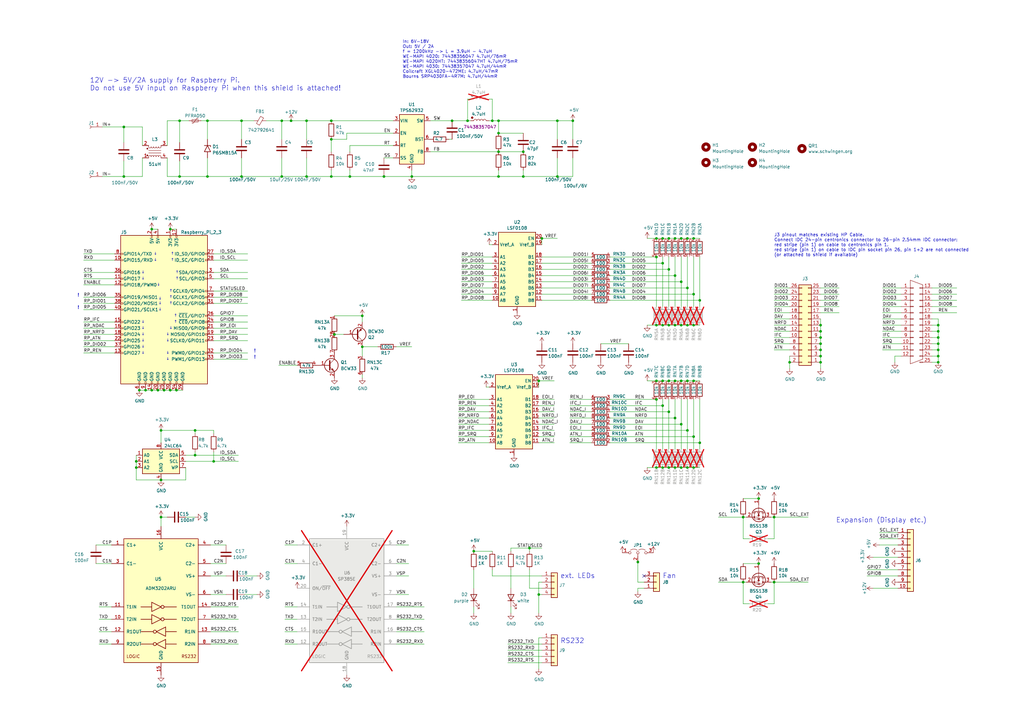
<source format=kicad_sch>
(kicad_sch (version 20230121) (generator eeschema)
  (paper "A3")
  (title_block (title "YOGA - Yet anOther GPIB Adapter for Raspberry Pi") (date "2024-04-11") (rev "2") (company "Michael Schwingen"))
  (junction (at 384.81 148.59))
  (junction (at 148.59 129.54))
  (junction (at 323.85 148.59))
  (junction (at 143.51 72.39))
  (junction (at 194.31 226.06))
  (junction (at 311.15 231.14))
  (junction (at 284.48 191.77))
  (junction (at 80.01 186.69))
  (junction (at 157.48 72.39))
  (junction (at 228.6 72.39))
  (junction (at 276.86 133.35))
  (junction (at 336.55 133.35))
  (junction (at 191.77 49.53))
  (junction (at 99.06 49.53))
  (junction (at 281.94 191.77))
  (junction (at 135.89 72.39))
  (junction (at 336.55 138.43))
  (junction (at 217.17 224.79))
  (junction (at 115.57 49.53))
  (junction (at 222.25 97.79))
  (junction (at 271.78 107.95))
  (junction (at 274.32 97.79))
  (junction (at 336.55 135.89))
  (junction (at 73.66 49.53))
  (junction (at 287.02 181.61))
  (junction (at 271.78 133.35))
  (junction (at 279.4 97.79))
  (junction (at 125.73 72.39))
  (junction (at 137.16 137.16))
  (junction (at 99.06 72.39))
  (junction (at 274.32 156.21))
  (junction (at 59.69 160.02))
  (junction (at 148.59 142.24))
  (junction (at 214.63 62.23))
  (junction (at 279.4 115.57))
  (junction (at 185.42 49.53))
  (junction (at 284.48 97.79))
  (junction (at 384.81 146.05))
  (junction (at 271.78 97.79))
  (junction (at 269.24 163.83))
  (junction (at 62.23 93.98))
  (junction (at 57.15 160.02))
  (junction (at 87.63 189.23))
  (junction (at 80.01 176.53))
  (junction (at 55.88 189.23))
  (junction (at 269.24 191.77))
  (junction (at 317.5 238.76))
  (junction (at 135.89 57.15))
  (junction (at 279.4 133.35))
  (junction (at 50.8 72.39))
  (junction (at 64.77 160.02))
  (junction (at 281.94 97.79))
  (junction (at 69.85 160.02))
  (junction (at 271.78 156.21))
  (junction (at 269.24 133.35))
  (junction (at 384.81 138.43))
  (junction (at 274.32 110.49))
  (junction (at 304.8 212.09))
  (junction (at 336.55 146.05))
  (junction (at 168.91 72.39))
  (junction (at 67.31 160.02))
  (junction (at 274.32 133.35))
  (junction (at 271.78 166.37))
  (junction (at 384.81 135.89))
  (junction (at 281.94 118.11))
  (junction (at 336.55 140.97))
  (junction (at 204.47 62.23))
  (junction (at 85.09 49.53))
  (junction (at 204.47 72.39))
  (junction (at 269.24 105.41))
  (junction (at 281.94 156.21))
  (junction (at 62.23 160.02))
  (junction (at 115.57 72.39))
  (junction (at 384.81 143.51))
  (junction (at 336.55 148.59))
  (junction (at 276.86 191.77))
  (junction (at 276.86 156.21))
  (junction (at 269.24 97.79))
  (junction (at 220.98 156.21))
  (junction (at 384.81 133.35))
  (junction (at 287.02 123.19))
  (junction (at 55.88 191.77))
  (junction (at 73.66 72.39))
  (junction (at 119.38 49.53))
  (junction (at 317.5 212.09))
  (junction (at 204.47 54.61))
  (junction (at 271.78 191.77))
  (junction (at 69.85 93.98))
  (junction (at 284.48 156.21))
  (junction (at 281.94 176.53))
  (junction (at 234.95 49.53))
  (junction (at 66.04 196.85))
  (junction (at 384.81 140.97))
  (junction (at 135.89 49.53))
  (junction (at 281.94 133.35))
  (junction (at 311.15 204.47))
  (junction (at 220.98 243.84))
  (junction (at 276.86 97.79))
  (junction (at 284.48 120.65))
  (junction (at 72.39 160.02))
  (junction (at 274.32 168.91))
  (junction (at 214.63 72.39))
  (junction (at 284.48 133.35))
  (junction (at 269.24 156.21))
  (junction (at 276.86 113.03))
  (junction (at 85.09 72.39))
  (junction (at 279.4 156.21))
  (junction (at 66.04 176.53))
  (junction (at 204.47 49.53))
  (junction (at 276.86 171.45))
  (junction (at 284.48 179.07))
  (junction (at 50.8 52.07))
  (junction (at 66.04 212.09))
  (junction (at 201.93 49.53))
  (junction (at 336.55 143.51))
  (junction (at 279.4 191.77))
  (junction (at 228.6 49.53))
  (junction (at 304.8 238.76))
  (junction (at 279.4 173.99))
  (junction (at 125.73 49.53))
  (junction (at 274.32 191.77))
  (junction (at 261.62 230.505))
  (no_connect (at 264.16 236.22))
  (wire (pts (xy 361.95 135.89) (xy 369.57 135.89)))
  (wire (pts (xy 323.85 120.65) (xy 317.5 120.65)))
  (wire (pts (xy 72.39 93.98) (xy 69.85 93.98)))
  (wire (pts (xy 191.77 40.64) (xy 191.77 49.53)))
  (wire (pts (xy 176.53 62.23) (xy 204.47 62.23)))
  (wire (pts (xy 284.48 105.41) (xy 284.48 120.65)))
  (wire (pts (xy 34.29 132.08) (xy 46.99 132.08)))
  (wire (pts (xy 228.6 49.53) (xy 228.6 57.15)))
  (wire (pts (xy 201.93 40.64) (xy 201.93 49.53)))
  (wire (pts (xy 200.66 166.37) (xy 187.96 166.37)))
  (wire (pts (xy 287.02 123.19) (xy 287.02 125.73)))
  (wire (pts (xy 304.8 204.47) (xy 311.15 204.47)))
  (wire (pts (xy 66.04 196.85) (xy 55.88 196.85)))
  (wire (pts (xy 382.27 140.97) (xy 384.81 140.97)))
  (wire (pts (xy 189.23 120.65) (xy 201.93 120.65)))
  (wire (pts (xy 214.63 69.85) (xy 214.63 72.39)))
  (wire (pts (xy 162.56 254) (xy 173.99 254)))
  (wire (pts (xy 274.32 191.77) (xy 276.86 191.77)))
  (wire (pts (xy 336.55 118.11) (xy 344.17 118.11)))
  (wire (pts (xy 265.43 156.21) (xy 269.24 156.21)))
  (wire (pts (xy 162.56 236.22) (xy 167.64 236.22)))
  (wire (pts (xy 189.23 105.41) (xy 201.93 105.41)))
  (wire (pts (xy 50.8 72.39) (xy 58.42 72.39)))
  (wire (pts (xy 73.66 72.39) (xy 85.09 72.39)))
  (wire (pts (xy 222.25 110.49) (xy 242.57 110.49)))
  (wire (pts (xy 220.98 173.99) (xy 227.33 173.99)))
  (wire (pts (xy 276.86 191.77) (xy 279.4 191.77)))
  (wire (pts (xy 384.81 130.81) (xy 384.81 133.35)))
  (wire (pts (xy 64.77 160.02) (xy 62.23 160.02)))
  (wire (pts (xy 269.24 105.41) (xy 269.24 125.73)))
  (wire (pts (xy 115.57 64.77) (xy 115.57 72.39)))
  (wire (pts (xy 276.86 97.79) (xy 279.4 97.79)))
  (wire (pts (xy 336.55 128.27) (xy 344.17 128.27)))
  (wire (pts (xy 189.23 107.95) (xy 201.93 107.95)))
  (wire (pts (xy 220.98 176.53) (xy 227.33 176.53)))
  (wire (pts (xy 369.57 118.11) (xy 361.95 118.11)))
  (wire (pts (xy 220.98 158.75) (xy 220.98 156.21)))
  (wire (pts (xy 269.24 156.21) (xy 271.78 156.21)))
  (wire (pts (xy 40.64 254) (xy 45.72 254)))
  (wire (pts (xy 62.23 160.02) (xy 59.69 160.02)))
  (wire (pts (xy 304.8 238.76) (xy 306.07 238.76)))
  (wire (pts (xy 157.48 72.39) (xy 168.91 72.39)))
  (wire (pts (xy 246.38 140.97) (xy 257.81 140.97)))
  (wire (pts (xy 220.98 156.21) (xy 227.33 156.21)))
  (wire (pts (xy 361.95 123.19) (xy 369.57 123.19)))
  (wire (pts (xy 281.94 176.53) (xy 281.94 184.15)))
  (wire (pts (xy 200.66 40.64) (xy 201.93 40.64)))
  (wire (pts (xy 176.53 49.53) (xy 185.42 49.53)))
  (wire (pts (xy 220.98 261.62) (xy 222.25 261.62)))
  (wire (pts (xy 279.4 105.41) (xy 279.4 115.57)))
  (wire (pts (xy 323.85 138.43) (xy 317.5 138.43)))
  (wire (pts (xy 116.84 248.92) (xy 121.92 248.92)))
  (wire (pts (xy 222.25 120.65) (xy 242.57 120.65)))
  (wire (pts (xy 200.66 171.45) (xy 187.96 171.45)))
  (wire (pts (xy 250.19 168.91) (xy 274.32 168.91)))
  (wire (pts (xy 34.29 144.78) (xy 46.99 144.78)))
  (wire (pts (xy 154.94 142.24) (xy 148.59 142.24)))
  (wire (pts (xy 34.29 134.62) (xy 46.99 134.62)))
  (wire (pts (xy 87.63 124.46) (xy 101.6 124.46)))
  (wire (pts (xy 384.81 138.43) (xy 384.81 140.97)))
  (wire (pts (xy 214.63 72.39) (xy 204.47 72.39)))
  (wire (pts (xy 220.98 171.45) (xy 227.33 171.45)))
  (wire (pts (xy 234.95 49.53) (xy 228.6 49.53)))
  (wire (pts (xy 58.42 52.07) (xy 50.8 52.07)))
  (wire (pts (xy 271.78 97.79) (xy 274.32 97.79)))
  (wire (pts (xy 250.19 123.19) (xy 287.02 123.19)))
  (wire (pts (xy 66.04 212.09) (xy 66.04 215.9)))
  (wire (pts (xy 336.55 135.89) (xy 336.55 138.43)))
  (wire (pts (xy 279.4 191.77) (xy 281.94 191.77)))
  (wire (pts (xy 276.86 156.21) (xy 279.4 156.21)))
  (wire (pts (xy 228.6 72.39) (xy 214.63 72.39)))
  (wire (pts (xy 194.31 233.68) (xy 194.31 241.3)))
  (wire (pts (xy 143.51 72.39) (xy 157.48 72.39)))
  (wire (pts (xy 76.2 191.77) (xy 76.2 196.85)))
  (wire (pts (xy 189.23 110.49) (xy 201.93 110.49)))
  (wire (pts (xy 265.43 133.35) (xy 269.24 133.35)))
  (wire (pts (xy 384.81 140.97) (xy 384.81 143.51)))
  (wire (pts (xy 369.57 120.65) (xy 361.95 120.65)))
  (wire (pts (xy 323.85 148.59) (xy 323.85 146.05)))
  (wire (pts (xy 250.19 163.83) (xy 269.24 163.83)))
  (wire (pts (xy 276.86 113.03) (xy 276.86 125.73)))
  (wire (pts (xy 233.68 173.99) (xy 242.57 173.99)))
  (wire (pts (xy 276.86 171.45) (xy 276.86 184.15)))
  (wire (pts (xy 316.23 238.76) (xy 317.5 238.76)))
  (wire (pts (xy 287.02 163.83) (xy 287.02 181.61)))
  (wire (pts (xy 382.27 123.19) (xy 392.43 123.19)))
  (wire (pts (xy 82.55 49.53) (xy 85.09 49.53)))
  (wire (pts (xy 250.19 120.65) (xy 284.48 120.65)))
  (wire (pts (xy 199.39 158.75) (xy 200.66 158.75)))
  (wire (pts (xy 80.01 176.53) (xy 66.04 176.53)))
  (wire (pts (xy 250.19 107.95) (xy 271.78 107.95)))
  (wire (pts (xy 208.28 271.78) (xy 222.25 271.78)))
  (wire (pts (xy 250.19 118.11) (xy 281.94 118.11)))
  (wire (pts (xy 85.09 64.77) (xy 85.09 72.39)))
  (wire (pts (xy 135.89 57.15) (xy 135.89 62.23)))
  (wire (pts (xy 68.58 49.53) (xy 68.58 59.69)))
  (wire (pts (xy 384.81 146.05) (xy 384.81 148.59)))
  (wire (pts (xy 204.47 49.53) (xy 228.6 49.53)))
  (wire (pts (xy 261.62 238.76) (xy 264.16 238.76)))
  (wire (pts (xy 281.94 133.35) (xy 284.48 133.35)))
  (wire (pts (xy 314.96 247.65) (xy 317.5 247.65)))
  (wire (pts (xy 269.24 163.83) (xy 269.24 184.15)))
  (wire (pts (xy 367.03 148.59) (xy 367.03 146.05)))
  (wire (pts (xy 279.4 173.99) (xy 279.4 184.15)))
  (wire (pts (xy 67.31 160.02) (xy 64.77 160.02)))
  (wire (pts (xy 209.55 224.79) (xy 217.17 224.79)))
  (wire (pts (xy 77.47 49.53) (xy 73.66 49.53)))
  (wire (pts (xy 135.89 69.85) (xy 135.89 72.39)))
  (wire (pts (xy 87.63 119.38) (xy 101.6 119.38)))
  (wire (pts (xy 250.19 173.99) (xy 279.4 173.99)))
  (wire (pts (xy 304.8 212.09) (xy 306.07 212.09)))
  (wire (pts (xy 191.77 49.53) (xy 193.04 49.53)))
  (wire (pts (xy 233.68 176.53) (xy 242.57 176.53)))
  (wire (pts (xy 189.23 115.57) (xy 201.93 115.57)))
  (wire (pts (xy 69.85 160.02) (xy 67.31 160.02)))
  (wire (pts (xy 355.6 233.68) (xy 368.3 233.68)))
  (wire (pts (xy 222.25 113.03) (xy 242.57 113.03)))
  (wire (pts (xy 40.64 259.08) (xy 45.72 259.08)))
  (wire (pts (xy 143.51 69.85) (xy 143.51 72.39)))
  (wire (pts (xy 279.4 133.35) (xy 281.94 133.35)))
  (wire (pts (xy 233.68 168.91) (xy 242.57 168.91)))
  (wire (pts (xy 125.73 72.39) (xy 135.89 72.39)))
  (wire (pts (xy 162.56 259.08) (xy 173.99 259.08)))
  (wire (pts (xy 294.64 212.09) (xy 304.8 212.09)))
  (wire (pts (xy 76.2 189.23) (xy 87.63 189.23)))
  (wire (pts (xy 382.27 128.27) (xy 392.43 128.27)))
  (wire (pts (xy 250.19 105.41) (xy 269.24 105.41)))
  (wire (pts (xy 261.62 230.505) (xy 261.62 238.76)))
  (wire (pts (xy 323.85 128.27) (xy 317.5 128.27)))
  (wire (pts (xy 222.25 269.24) (xy 208.28 269.24)))
  (wire (pts (xy 279.4 163.83) (xy 279.4 173.99)))
  (wire (pts (xy 87.63 139.7) (xy 101.6 139.7)))
  (wire (pts (xy 369.57 128.27) (xy 361.95 128.27)))
  (wire (pts (xy 250.19 179.07) (xy 284.48 179.07)))
  (wire (pts (xy 157.48 64.77) (xy 161.29 64.77)))
  (wire (pts (xy 284.48 163.83) (xy 284.48 179.07)))
  (wire (pts (xy 162.56 231.14) (xy 167.64 231.14)))
  (wire (pts (xy 100.33 236.22) (xy 105.41 236.22)))
  (wire (pts (xy 220.98 168.91) (xy 227.33 168.91)))
  (wire (pts (xy 271.78 191.77) (xy 274.32 191.77)))
  (wire (pts (xy 274.32 105.41) (xy 274.32 110.49)))
  (wire (pts (xy 382.27 146.05) (xy 384.81 146.05)))
  (wire (pts (xy 274.32 110.49) (xy 274.32 125.73)))
  (wire (pts (xy 307.34 247.65) (xy 304.8 247.65)))
  (wire (pts (xy 34.29 121.92) (xy 46.99 121.92)))
  (wire (pts (xy 361.95 125.73) (xy 369.57 125.73)))
  (wire (pts (xy 148.59 132.08) (xy 148.59 129.54)))
  (wire (pts (xy 323.85 133.35) (xy 317.5 133.35)))
  (wire (pts (xy 269.24 133.35) (xy 271.78 133.35)))
  (wire (pts (xy 201.93 236.22) (xy 201.93 233.68)))
  (wire (pts (xy 360.68 218.44) (xy 368.3 218.44)))
  (wire (pts (xy 271.78 133.35) (xy 274.32 133.35)))
  (wire (pts (xy 125.73 49.53) (xy 135.89 49.53)))
  (wire (pts (xy 209.55 248.92) (xy 209.55 251.46)))
  (wire (pts (xy 200.66 179.07) (xy 187.96 179.07)))
  (wire (pts (xy 355.6 236.22) (xy 368.3 236.22)))
  (wire (pts (xy 87.63 114.3) (xy 101.6 114.3)))
  (wire (pts (xy 281.94 125.73) (xy 281.94 118.11)))
  (wire (pts (xy 304.8 231.14) (xy 311.15 231.14)))
  (wire (pts (xy 58.42 64.77) (xy 58.42 72.39)))
  (wire (pts (xy 200.66 100.33) (xy 201.93 100.33)))
  (wire (pts (xy 68.58 72.39) (xy 73.66 72.39)))
  (wire (pts (xy 336.55 123.19) (xy 344.17 123.19)))
  (wire (pts (xy 201.93 49.53) (xy 204.47 49.53)))
  (wire (pts (xy 162.56 142.24) (xy 168.91 142.24)))
  (wire (pts (xy 201.93 123.19) (xy 189.23 123.19)))
  (wire (pts (xy 34.29 111.76) (xy 46.99 111.76)))
  (wire (pts (xy 287.02 181.61) (xy 287.02 184.15)))
  (wire (pts (xy 234.95 72.39) (xy 228.6 72.39)))
  (wire (pts (xy 209.55 233.68) (xy 209.55 241.3)))
  (wire (pts (xy 87.63 129.54) (xy 101.6 129.54)))
  (wire (pts (xy 208.28 266.7) (xy 222.25 266.7)))
  (wire (pts (xy 59.69 160.02) (xy 57.15 160.02)))
  (wire (pts (xy 323.85 130.81) (xy 317.5 130.81)))
  (wire (pts (xy 34.29 104.14) (xy 46.99 104.14)))
  (wire (pts (xy 222.25 97.79) (xy 228.6 97.79)))
  (wire (pts (xy 204.47 62.23) (xy 214.63 62.23)))
  (wire (pts (xy 323.85 135.89) (xy 317.5 135.89)))
  (wire (pts (xy 220.98 163.83) (xy 227.33 163.83)))
  (wire (pts (xy 200.66 49.53) (xy 201.93 49.53)))
  (wire (pts (xy 100.33 243.84) (xy 105.41 243.84)))
  (wire (pts (xy 281.94 163.83) (xy 281.94 176.53)))
  (wire (pts (xy 233.68 163.83) (xy 242.57 163.83)))
  (wire (pts (xy 323.85 125.73) (xy 317.5 125.73)))
  (wire (pts (xy 358.14 241.3) (xy 368.3 241.3)))
  (wire (pts (xy 336.55 146.05) (xy 336.55 148.59)))
  (wire (pts (xy 116.84 254) (xy 121.92 254)))
  (wire (pts (xy 99.06 72.39) (xy 85.09 72.39)))
  (wire (pts (xy 336.55 125.73) (xy 344.17 125.73)))
  (wire (pts (xy 284.48 156.21) (xy 287.02 156.21)))
  (wire (pts (xy 34.29 106.68) (xy 46.99 106.68)))
  (wire (pts (xy 360.68 220.98) (xy 368.3 220.98)))
  (wire (pts (xy 41.91 72.39) (xy 50.8 72.39)))
  (wire (pts (xy 261.62 242.57) (xy 261.62 241.3)))
  (wire (pts (xy 200.66 181.61) (xy 187.96 181.61)))
  (wire (pts (xy 80.01 186.69) (xy 97.79 186.69)))
  (wire (pts (xy 287.02 105.41) (xy 287.02 123.19)))
  (wire (pts (xy 99.06 72.39) (xy 99.06 64.77)))
  (wire (pts (xy 185.42 49.53) (xy 191.77 49.53)))
  (wire (pts (xy 222.25 123.19) (xy 242.57 123.19)))
  (wire (pts (xy 323.85 123.19) (xy 317.5 123.19)))
  (wire (pts (xy 115.57 49.53) (xy 119.38 49.53)))
  (wire (pts (xy 304.8 220.98) (xy 304.8 212.09)))
  (wire (pts (xy 85.09 49.53) (xy 85.09 57.15)))
  (wire (pts (xy 222.25 105.41) (xy 242.57 105.41)))
  (wire (pts (xy 250.19 115.57) (xy 279.4 115.57)))
  (wire (pts (xy 76.2 212.09) (xy 80.01 212.09)))
  (wire (pts (xy 200.66 163.83) (xy 187.96 163.83)))
  (wire (pts (xy 87.63 189.23) (xy 87.63 185.42)))
  (wire (pts (xy 135.89 57.15) (xy 142.24 57.15)))
  (wire (pts (xy 184.15 57.15) (xy 185.42 57.15)))
  (wire (pts (xy 209.55 226.06) (xy 209.55 224.79)))
  (wire (pts (xy 271.78 166.37) (xy 271.78 184.15)))
  (wire (pts (xy 87.63 176.53) (xy 80.01 176.53)))
  (wire (pts (xy 220.98 243.84) (xy 222.25 243.84)))
  (wire (pts (xy 194.31 248.92) (xy 194.31 251.46)))
  (wire (pts (xy 189.23 113.03) (xy 201.93 113.03)))
  (wire (pts (xy 323.85 143.51) (xy 317.5 143.51)))
  (wire (pts (xy 336.55 130.81) (xy 336.55 133.35)))
  (wire (pts (xy 284.48 97.79) (xy 287.02 97.79)))
  (wire (pts (xy 271.78 156.21) (xy 274.32 156.21)))
  (wire (pts (xy 284.48 120.65) (xy 284.48 125.73)))
  (wire (pts (xy 369.57 130.81) (xy 361.95 130.81)))
  (wire (pts (xy 234.95 64.77) (xy 234.95 72.39)))
  (wire (pts (xy 161.29 59.69) (xy 143.51 59.69)))
  (wire (pts (xy 250.19 181.61) (xy 287.02 181.61)))
  (wire (pts (xy 360.68 223.52) (xy 368.3 223.52)))
  (wire (pts (xy 80.01 177.8) (xy 80.01 176.53)))
  (wire (pts (xy 261.62 241.3) (xy 264.16 241.3)))
  (wire (pts (xy 115.57 49.53) (xy 115.57 57.15)))
  (wire (pts (xy 74.93 160.02) (xy 72.39 160.02)))
  (wire (pts (xy 87.63 147.32) (xy 101.6 147.32)))
  (wire (pts (xy 217.17 224.79) (xy 222.25 224.79)))
  (wire (pts (xy 274.32 168.91) (xy 274.32 184.15)))
  (wire (pts (xy 220.98 243.84) (xy 220.98 238.76)))
  (wire (pts (xy 87.63 137.16) (xy 101.6 137.16)))
  (wire (pts (xy 34.29 139.7) (xy 46.99 139.7)))
  (wire (pts (xy 369.57 138.43) (xy 361.95 138.43)))
  (wire (pts (xy 336.55 143.51) (xy 336.55 146.05)))
  (wire (pts (xy 87.63 144.78) (xy 101.6 144.78)))
  (wire (pts (xy 276.86 133.35) (xy 279.4 133.35)))
  (wire (pts (xy 204.47 49.53) (xy 204.47 54.61)))
  (wire (pts (xy 193.04 40.64) (xy 191.77 40.64)))
  (wire (pts (xy 148.59 142.24) (xy 148.59 146.05)))
  (wire (pts (xy 217.17 241.3) (xy 222.25 241.3)))
  (wire (pts (xy 168.91 72.39) (xy 204.47 72.39)))
  (wire (pts (xy 361.95 133.35) (xy 369.57 133.35)))
  (wire (pts (xy 222.25 118.11) (xy 242.57 118.11)))
  (wire (pts (xy 125.73 64.77) (xy 125.73 72.39)))
  (wire (pts (xy 87.63 104.14) (xy 101.6 104.14)))
  (wire (pts (xy 217.17 224.79) (xy 217.17 226.06)))
  (wire (pts (xy 250.19 176.53) (xy 281.94 176.53)))
  (wire (pts (xy 382.27 125.73) (xy 392.43 125.73)))
  (wire (pts (xy 189.23 118.11) (xy 201.93 118.11)))
  (wire (pts (xy 265.43 191.77) (xy 269.24 191.77)))
  (wire (pts (xy 66.04 176.53) (xy 66.04 181.61)))
  (wire (pts (xy 55.88 196.85) (xy 55.88 191.77)))
  (wire (pts (xy 323.85 140.97) (xy 317.5 140.97)))
  (wire (pts (xy 125.73 72.39) (xy 115.57 72.39)))
  (wire (pts (xy 64.77 93.98) (xy 62.23 93.98)))
  (wire (pts (xy 76.2 196.85) (xy 66.04 196.85)))
  (wire (pts (xy 200.66 173.99) (xy 187.96 173.99)))
  (wire (pts (xy 250.19 113.03) (xy 276.86 113.03)))
  (wire (pts (xy 274.32 97.79) (xy 276.86 97.79)))
  (wire (pts (xy 34.29 114.3) (xy 46.99 114.3)))
  (wire (pts (xy 40.64 264.16) (xy 45.72 264.16)))
  (wire (pts (xy 73.66 49.53) (xy 73.66 58.42)))
  (wire (pts (xy 50.8 52.07) (xy 41.91 52.07)))
  (wire (pts (xy 269.24 191.77) (xy 271.78 191.77)))
  (wire (pts (xy 97.79 248.92) (xy 86.36 248.92)))
  (wire (pts (xy 34.29 127) (xy 46.99 127)))
  (wire (pts (xy 281.94 97.79) (xy 284.48 97.79)))
  (wire (pts (xy 142.24 57.15) (xy 142.24 54.61)))
  (wire (pts (xy 317.5 220.98) (xy 317.5 212.09)))
  (wire (pts (xy 323.85 118.11) (xy 317.5 118.11)))
  (wire (pts (xy 222.25 115.57) (xy 242.57 115.57)))
  (wire (pts (xy 116.84 264.16) (xy 121.92 264.16)))
  (wire (pts (xy 162.56 243.84) (xy 167.64 243.84)))
  (wire (pts (xy 317.5 212.09) (xy 331.47 212.09)))
  (wire (pts (xy 39.37 231.14) (xy 45.72 231.14)))
  (wire (pts (xy 220.98 261.62) (xy 220.98 274.32)))
  (wire (pts (xy 361.95 143.51) (xy 369.57 143.51)))
  (wire (pts (xy 86.36 243.84) (xy 92.71 243.84)))
  (wire (pts (xy 382.27 148.59) (xy 384.81 148.59)))
  (wire (pts (xy 86.36 264.16) (xy 97.79 264.16)))
  (wire (pts (xy 382.27 143.51) (xy 384.81 143.51)))
  (wire (pts (xy 382.27 118.11) (xy 392.43 118.11)))
  (wire (pts (xy 233.68 181.61) (xy 242.57 181.61)))
  (wire (pts (xy 80.01 186.69) (xy 80.01 185.42)))
  (wire (pts (xy 274.32 133.35) (xy 276.86 133.35)))
  (wire (pts (xy 284.48 179.07) (xy 284.48 184.15)))
  (wire (pts (xy 382.27 133.35) (xy 384.81 133.35)))
  (wire (pts (xy 274.32 156.21) (xy 276.86 156.21)))
  (wire (pts (xy 73.66 49.53) (xy 68.58 49.53)))
  (wire (pts (xy 250.19 171.45) (xy 276.86 171.45)))
  (wire (pts (xy 384.81 133.35) (xy 384.81 135.89)))
  (wire (pts (xy 382.27 135.89) (xy 384.81 135.89)))
  (wire (pts (xy 336.55 120.65) (xy 344.17 120.65)))
  (wire (pts (xy 194.31 226.06) (xy 201.93 226.06)))
  (wire (pts (xy 336.55 138.43) (xy 336.55 140.97)))
  (wire (pts (xy 135.89 49.53) (xy 161.29 49.53)))
  (wire (pts (xy 279.4 156.21) (xy 281.94 156.21)))
  (wire (pts (xy 116.84 223.52) (xy 121.92 223.52)))
  (wire (pts (xy 222.25 97.79) (xy 222.25 100.33)))
  (wire (pts (xy 40.64 248.92) (xy 45.72 248.92)))
  (wire (pts (xy 34.29 142.24) (xy 46.99 142.24)))
  (wire (pts (xy 304.8 247.65) (xy 304.8 238.76)))
  (wire (pts (xy 358.14 228.6) (xy 368.3 228.6)))
  (wire (pts (xy 220.98 251.46) (xy 220.98 243.84)))
  (wire (pts (xy 72.39 160.02) (xy 69.85 160.02)))
  (wire (pts (xy 336.55 148.59) (xy 336.55 151.13)))
  (wire (pts (xy 87.63 176.53) (xy 87.63 177.8)))
  (wire (pts (xy 87.63 111.76) (xy 101.6 111.76)))
  (wire (pts (xy 137.16 129.54) (xy 148.59 129.54)))
  (wire (pts (xy 162.56 264.16) (xy 173.99 264.16)))
  (wire (pts (xy 233.68 171.45) (xy 242.57 171.45)))
  (wire (pts (xy 271.78 105.41) (xy 271.78 107.95)))
  (wire (pts (xy 125.73 49.53) (xy 125.73 57.15)))
  (wire (pts (xy 142.24 54.61) (xy 161.29 54.61)))
  (wire (pts (xy 284.48 191.77) (xy 287.02 191.77)))
  (wire (pts (xy 55.88 191.77) (xy 55.88 189.23)))
  (wire (pts (xy 119.38 49.53) (xy 125.73 49.53)))
  (wire (pts (xy 87.63 134.62) (xy 101.6 134.62)))
  (wire (pts (xy 86.36 231.14) (xy 92.71 231.14)))
  (wire (pts (xy 233.68 166.37) (xy 242.57 166.37)))
  (wire (pts (xy 200.66 176.53) (xy 187.96 176.53)))
  (wire (pts (xy 200.66 168.91) (xy 187.96 168.91)))
  (wire (pts (xy 116.84 231.14) (xy 121.92 231.14)))
  (wire (pts (xy 66.04 212.09) (xy 68.58 212.09)))
  (wire (pts (xy 115.57 72.39) (xy 99.06 72.39)))
  (wire (pts (xy 114.3 149.86) (xy 121.92 149.86)))
  (wire (pts (xy 99.06 49.53) (xy 99.06 57.15)))
  (wire (pts (xy 50.8 66.04) (xy 50.8 72.39)))
  (wire (pts (xy 220.98 181.61) (xy 227.33 181.61)))
  (wire (pts (xy 34.29 124.46) (xy 46.99 124.46)))
  (wire (pts (xy 86.36 259.08) (xy 97.79 259.08)))
  (wire (pts (xy 250.19 166.37) (xy 271.78 166.37)))
  (wire (pts (xy 204.47 72.39) (xy 204.47 69.85)))
  (wire (pts (xy 323.85 151.13) (xy 323.85 148.59)))
  (wire (pts (xy 34.29 116.84) (xy 46.99 116.84)))
  (wire (pts (xy 276.86 163.83) (xy 276.86 171.45)))
  (wire (pts (xy 204.47 54.61) (xy 214.63 54.61)))
  (wire (pts (xy 316.23 212.09) (xy 317.5 212.09)))
  (wire (pts (xy 68.58 64.77) (xy 68.58 72.39)))
  (wire (pts (xy 384.81 135.89) (xy 384.81 138.43)))
  (wire (pts (xy 228.6 64.77) (xy 228.6 72.39)))
  (wire (pts (xy 34.29 137.16) (xy 46.99 137.16)))
  (wire (pts (xy 208.28 264.16) (xy 222.25 264.16)))
  (wire (pts (xy 250.19 110.49) (xy 274.32 110.49)))
  (wire (pts (xy 135.89 72.39) (xy 143.51 72.39)))
  (wire (pts (xy 87.63 121.92) (xy 101.6 121.92)))
  (wire (pts (xy 39.37 223.52) (xy 45.72 223.52)))
  (wire (pts (xy 73.66 66.04) (xy 73.66 72.39)))
  (wire (pts (xy 220.98 166.37) (xy 227.33 166.37)))
  (wire (pts (xy 261.62 229.87) (xy 261.62 230.505)))
  (wire (pts (xy 86.36 236.22) (xy 92.71 236.22)))
  (wire (pts (xy 382.27 138.43) (xy 384.81 138.43)))
  (wire (pts (xy 281.94 191.77) (xy 284.48 191.77)))
  (wire (pts (xy 168.91 69.85) (xy 168.91 72.39)))
  (wire (pts (xy 269.24 97.79) (xy 271.78 97.79)))
  (wire (pts (xy 162.56 223.52) (xy 167.64 223.52)))
  (wire (pts (xy 265.43 97.79) (xy 269.24 97.79)))
  (wire (pts (xy 55.88 189.23) (xy 55.88 186.69)))
  (wire (pts (xy 369.57 140.97) (xy 361.95 140.97)))
  (wire (pts (xy 87.63 106.68) (xy 101.6 106.68)))
  (wire (pts (xy 336.55 140.97) (xy 336.55 143.51)))
  (wire (pts (xy 99.06 49.53) (xy 104.14 49.53)))
  (wire (pts (xy 384.81 143.51) (xy 384.81 146.05)))
  (wire (pts (xy 317.5 238.76) (xy 331.47 238.76)))
  (wire (pts (xy 281.94 156.21) (xy 284.48 156.21)))
  (wire (pts (xy 233.68 179.07) (xy 242.57 179.07)))
  (wire (pts (xy 367.03 146.05) (xy 369.57 146.05)))
  (wire (pts (xy 87.63 189.23) (xy 97.79 189.23)))
  (wire (pts (xy 148.59 153.67) (xy 148.59 154.94)))
  (wire (pts (xy 116.84 259.08) (xy 121.92 259.08)))
  (wire (pts (xy 317.5 247.65) (xy 317.5 238.76)))
  (wire (pts (xy 86.36 254) (xy 97.79 254)))
  (wire (pts (xy 234.95 49.53) (xy 234.95 57.15)))
  (wire (pts (xy 307.34 220.98) (xy 304.8 220.98)))
  (wire (pts (xy 294.64 238.76) (xy 304.8 238.76)))
  (wire (pts (xy 173.99 248.92) (xy 162.56 248.92)))
  (wire (pts (xy 284.48 133.35) (xy 287.02 133.35)))
  (wire (pts (xy 76.2 186.69) (xy 80.01 186.69)))
  (wire (pts (xy 86.36 223.52) (xy 92.71 223.52)))
  (wire (pts (xy 87.63 132.08) (xy 101.6 132.08)))
  (wire (pts (xy 143.51 59.69) (xy 143.51 62.23)))
  (wire (pts (xy 276.86 105.41) (xy 276.86 113.03)))
  (wire (pts (xy 58.42 52.07) (xy 58.42 59.69)))
  (wire (pts (xy 220.98 179.07) (xy 227.33 179.07)))
  (wire (pts (xy 85.09 49.53) (xy 99.06 49.53)))
  (wire (pts (xy 137.16 137.16) (xy 140.97 137.16)))
  (wire (pts (xy 384.81 130.81) (xy 382.27 130.81)))
  (wire (pts (xy 279.4 115.57) (xy 279.4 125.73)))
  (wire (pts (xy 220.98 238.76) (xy 222.25 238.76)))
  (wire (pts (xy 336.55 133.35) (xy 336.55 135.89)))
  (wire (pts (xy 217.17 233.68) (xy 217.17 241.3)))
  (wire (pts (xy 271.78 107.95) (xy 271.78 125.73)))
  (wire (pts (xy 271.78 163.83) (xy 271.78 166.37)))
  (wire (pts (xy 109.22 49.53) (xy 115.57 49.53)))
  (wire (pts (xy 274.32 163.83) (xy 274.32 168.91)))
  (wire (pts (xy 201.93 236.22) (xy 222.25 236.22)))
  (wire (pts (xy 382.27 120.65) (xy 392.43 120.65)))
  (wire (pts (xy 314.96 220.98) (xy 317.5 220.98)))
  (wire (pts (xy 222.25 107.95) (xy 242.57 107.95)))
  (wire (pts (xy 50.8 52.07) (xy 50.8 58.42)))
  (wire (pts (xy 279.4 97.79) (xy 281.94 97.79)))
  (wire (pts (xy 281.94 105.41) (xy 281.94 118.11)))
  (text "↑" (at 69.85 107.315 0) (effects (font (size 1.27 1.27)) (justify left bottom)))
  (text "↓" (at 67.945 137.795 0) (effects (font (size 1.27 1.27)) (justify left bottom)))
  (text "↓" (at 62.865 107.315 0) (effects (font (size 1.27 1.27)) (justify left bottom)))
  (text "↓" (at 57.785 142.875 0) (effects (font (size 1.27 1.27)) (justify left bottom)))
  (text "↓" (at 64.135 117.475 0) (effects (font (size 1.27 1.27)) (justify left bottom)))
  (text "!" (at 31.75 127 0) (effects (font (size 1.27 1.27)) (justify left bottom)))
  (text "↓" (at 67.945 147.955 0) (effects (font (size 1.27 1.27)) (justify left bottom)))
  (text "↓" (at 64.77 125.095 0) (effects (font (size 1.27 1.27)) (justify left bottom)))
  (text "RS232" (at 229.87 264.16 0) (effects (font (size 2 2)) (justify left bottom)))
  (text "↓" (at 64.77 123.19 0) (effects (font (size 1.27 1.27)) (justify left bottom)))
  (text "↑" (at 69.85 104.775 0) (effects (font (size 1.27 1.27)) (justify left bottom)))
  (text "↓" (at 64.77 127.635 0) (effects (font (size 1.27 1.27)) (justify left bottom)))
  (text "↓" (at 67.945 140.335 0) (effects (font (size 1.27 1.27)) (justify left bottom)))
  (text "↓" (at 57.785 145.415 0) (effects (font (size 1.27 1.27)) (justify left bottom)))
  (text "↓" (at 62.865 104.775 0) (effects (font (size 1.27 1.27)) (justify left bottom)))
  (text "!" (at 104.14 147.32 0) (effects (font (size 1.27 1.27)) (justify left bottom)))
  (text "↓" (at 57.785 114.935 0) (effects (font (size 1.27 1.27)) (justify left bottom)))
  (text "Expansion (Display etc.)" (at 342.9 214.63 0) (effects (font (size 2 2)) (justify left bottom)))
  (text "↓" (at 67.945 145.415 0) (effects (font (size 1.27 1.27)) (justify left bottom)))
  (text "↑" (at 71.755 114.935 0) (effects (font (size 1.27 1.27)) (justify left bottom)))
  (text "In: 6V-18V\nOut: 5V / 2A\nf = 1200kHz -> L = 3.9uH - 4.7uH\nWE-MAPI 4020: 74438356047 4.7uH/76mR\nWE-MAPI 4020HT: 74438356047HT 4.7uH/75mR\nWE-MAPI 4030: 74438357047 4.7uH/44mR\nCoilcraft XGL4020-472ME: 4.7uH/47mR\nBourns SRP4030FA-4R7M: 4.7uH/44mR\n\n" (at 165.1 34.29 0) (effects (font (size 1.27 1.27)) (justify left bottom)))
  (text "↓" (at 57.785 140.335 0) (effects (font (size 1.27 1.27)) (justify left bottom)))
  (text "↑" (at 71.12 132.715 0) (effects (font (size 1.27 1.27)) (justify left bottom)))
  (text "Fan" (at 271.78 237.49 0) (effects (font (size 2 2)) (justify left bottom)))
  (text "↓" (at 57.785 137.795 0) (effects (font (size 1.27 1.27)) (justify left bottom)))
  (text "!" (at 104.14 144.78 0) (effects (font (size 1.27 1.27)) (justify left bottom)))
  (text "↑" (at 69.215 122.555 0) (effects (font (size 1.27 1.27)) (justify left bottom)))
  (text "J3 pinout matches existing HP Cable.\nConnect IDC 24-pin centronics connector to 26-pin 2.54mm IDC connector:\nred stripe (pin 1) on cable to centronics pin 1.\nred stripe (pin 1) on cable to IDC pin socket pin 26, pin 1+2 are not connected\n(or attached to shield if available)" (at 317.5 105.41 0) (effects (font (size 1.27 1.27)) (justify left bottom)))
  (text "↑" (at 69.215 125.095 0) (effects (font (size 1.27 1.27)) (justify left bottom)))
  (text "↓" (at 69.215 135.255 0) (effects (font (size 1.27 1.27)) (justify left bottom)))
  (text "↓" (at 57.785 135.255 0) (effects (font (size 1.27 1.27)) (justify left bottom)))
  (text "↑" (at 71.12 130.175 0) (effects (font (size 1.27 1.27)) (justify left bottom)))
  (text "!" (at 31.75 121.92 0) (effects (font (size 1.27 1.27)) (justify left bottom)))
  (text "↑" (at 69.215 120.015 0) (effects (font (size 1.27 1.27)) (justify left bottom)))
  (text "↓" (at 57.785 112.395 0) (effects (font (size 1.27 1.27)) (justify left bottom)))
  (text "ext. LEDs" (at 229.87 237.49 0) (effects (font (size 2 2)) (justify left bottom)))
  (text "12V -> 5V/2A supply for Raspberry Pi.\nDo not use 5V input on Raspberry Pi when this shield is attached!" (at 36.83 37.465 0) (effects (font (size 2 2)) (justify left bottom)))
  (text "↓" (at 57.785 132.715 0) (effects (font (size 1.27 1.27)) (justify left bottom)))
  (text "↑" (at 71.755 112.395 0) (effects (font (size 1.27 1.27)) (justify left bottom)))
  (label "STATUSLED" (at 212.09 224.79 0))
  (label "RXD" (at 34.29 106.68 0))
  (label "SCL" (at 294.64 212.09 0))
  (label "RTS" (at 116.84 248.92 0))
  (label "RP_DIO05" (at 189.23 107.95 0))
  (label "IFC_I" (at 233.68 166.37 0))
  (label "NDAC_I" (at 233.68 168.91 0))
  (label "RP_REN" (at 187.96 166.37 0))
  (label "SS" (at 157.48 64.77 0))
  (label "VSP" (at 87.63 236.22 0))
  (label "RS232_RTS" (at 208.28 271.78 0))
  (label "DIO06I" (at 234.95 113.03 0))
  (label "GPIO7" (at 355.6 233.68 0))
  (label "RS232_RTS" (at 86.36 248.92 0))
  (label "NRFD_I" (at 222.25 171.45 0))
  (label "DAV" (at 260.35 173.99 0))
  (label "DIO01" (at 259.08 105.41 0))
  (label "DIO01" (at 317.5 118.11 0))
  (label "EOI" (at 317.5 128.27 0))
  (label "RS232_TXD" (at 86.36 254 0))
  (label "RP_DIO08" (at 90.17 121.92 0))
  (label "IFC" (at 317.5 138.43 0))
  (label "C2N" (at 87.63 231.14 0))
  (label "C1N" (at 41.91 231.14 0))
  (label "VSN" (at 87.63 243.84 0))
  (label "ID_SDA" (at 90.17 104.14 0))
  (label "ID_SDA" (at 90.17 186.69 0))
  (label "RP_EOI" (at 187.96 163.83 0))
  (label "RS232_RTS" (at 162.56 248.92 0))
  (label "IFC" (at 361.95 138.43 0))
  (label "RP_DIO06" (at 189.23 113.03 0))
  (label "RS232_CTS" (at 162.56 259.08 0))
  (label "DAV" (at 317.5 130.81 0))
  (label "DIO07I" (at 234.95 118.11 0))
  (label "IFC_I" (at 222.25 176.53 0))
  (label "C1P" (at 116.84 223.52 0))
  (label "VREF" (at 222.25 156.21 0))
  (label "RP_NDAC" (at 187.96 173.99 0))
  (label "RT" (at 157.48 59.69 0))
  (label "REN" (at 260.35 163.83 0))
  (label "RP_DIO01" (at 189.23 105.41 0))
  (label "RS232_RXD" (at 208.28 266.7 0))
  (label "EN" (at 157.48 54.61 0))
  (label "C2P" (at 162.56 223.52 0))
  (label "REN_I" (at 222.25 166.37 0))
  (label "ATN_I" (at 233.68 179.07 0))
  (label "RP_SRQ" (at 187.96 179.07 0))
  (label "EOI_I" (at 233.68 176.53 0))
  (label "DIO08" (at 384.81 125.73 0))
  (label "DIO01I" (at 234.95 105.41 0))
  (label "RP_NDAC" (at 34.29 134.62 0))
  (label "RS232_CTS" (at 208.28 269.24 0))
  (label "RTS" (at 40.64 248.92 0))
  (label "VREF" (at 163.83 142.24 0))
  (label "DIO02" (at 317.5 120.65 0))
  (label "DAV" (at 361.95 130.81 0))
  (label "RP_EOI" (at 90.17 134.62 0))
  (label "RS232_TXD" (at 162.56 254 0))
  (label "CTS" (at 34.29 111.76 0))
  (label "RP_DIO06" (at 34.29 121.92 0))
  (label "SCL" (at 90.17 114.3 0))
  (label "RS232_CTS" (at 86.36 259.08 0))
  (label "RP_DIO02" (at 34.29 142.24 0))
  (label "C2N" (at 162.56 231.14 0))
  (label "EOI" (at 361.95 128.27 0))
  (label "RP_ATN" (at 187.96 181.61 0))
  (label "RP_DIO02" (at 189.23 110.49 0))
  (label "STATUSLED" (at 90.17 119.38 0))
  (label "C2P" (at 87.63 223.52 0))
  (label "GPIO8" (at 90.17 132.08 0))
  (label "C1N" (at 116.84 231.14 0))
  (label "SRQ_I" (at 222.25 179.07 0))
  (label "VREF" (at 250.19 140.97 0))
  (label "RTS" (at 34.29 114.3 0))
  (label "GPIO8" (at 355.6 236.22 0))
  (label "DIO04" (at 259.08 120.65 0))
  (label "RP_SRQ" (at 90.17 139.7 0))
  (label "NRFD_I" (at 233.68 171.45 0))
  (label "RP_DIO04" (at 90.17 144.78 0))
  (label "ATN" (at 317.5 143.51 0))
  (label "NDAC_I" (at 222.25 173.99 0))
  (label "DIO04" (at 361.95 125.73 0))
  (label "DIO06" (at 384.81 120.65 0))
  (label "EOI" (at 260.35 176.53 0))
  (label "SRQ" (at 260.35 181.61 0))
  (label "DIO03I" (at 234.95 115.57 0))
  (label "TXD" (at 34.29 104.14 0))
  (label "DIO07" (at 384.81 123.19 0))
  (label "RS232_RXD" (at 86.36 264.16 0))
  (label "ATN_I" (at 222.25 181.61 0))
  (label "RP_IFC" (at 187.96 176.53 0))
  (label "RP_DIO05" (at 34.29 127 0))
  (label "SW" (at 177.8 49.53 0))
  (label "ID_SCL" (at 90.17 189.23 0))
  (label "DIO04" (at 317.5 125.73 0))
  (label "SRQ" (at 361.95 140.97 0))
  (label "CTS" (at 116.84 259.08 0))
  (label "RP_DIO03" (at 189.23 115.57 0))
  (label "DIO02" (at 361.95 120.65 0))
  (label "VREF" (at 223.52 97.79 0))
  (label "DIO06" (at 337.82 120.65 0))
  (label "GPIO7" (at 90.17 129.54 0))
  (label "VSP" (at 162.56 236.22 0))
  (label "FB" (at 177.8 62.23 0))
  (label "SCL_EXT" (at 323.85 212.09 0))
  (label "NDAC" (at 260.35 168.91 0))
  (label "SDA" (at 90.17 111.76 0))
  (label "RP_DIO07" (at 90.17 124.46 0))
  (label "RP_DIO01" (at 34.29 124.46 0))
  (label "ENABLE" (at 114.3 149.86 0))
  (label "DIO07" (at 259.08 118.11 0))
  (label "DIO08I" (at 234.95 123.19 0))
  (label "RP_NRFD" (at 34.29 137.16 0))
  (label "RXD" (at 40.64 264.16 0))
  (label "RP_DIO07" (at 189.23 118.11 0))
  (label "DIO05" (at 337.82 118.11 0))
  (label "NDAC" (at 361.95 135.89 0))
  (label "RS232_RXD" (at 162.56 264.16 0))
  (label "NRFD" (at 361.95 133.35 0))
  (label "SDA_EXT" (at 323.85 238.76 0))
  (label "SRQ_I" (at 233.68 181.61 0))
  (label "RP_DIO03" (at 90.17 147.32 0))
  (label "DIO08" (at 337.82 125.73 0))
  (label "RP_DAV" (at 90.17 137.16 0))
  (label "REN_I" (at 233.68 163.83 0))
  (label "ID_SCL" (at 90.17 106.68 0))
  (label "DIO03" (at 361.95 123.19 0))
  (label "NDAC" (at 317.5 135.89 0))
  (label "DIO05I" (at 234.95 107.95 0))
  (label "SDA" (at 294.64 238.76 0))
  (label "IFC" (at 260.35 166.37 0))
  (label "SDA_EXT" (at 360.68 220.98 0))
  (label "RS232_TXD" (at 208.28 264.16 0))
  (label "SRQ" (at 317.5 140.97 0))
  (label "RP_ATN" (at 34.29 139.7 0))
  (label "DIO03" (at 317.5 123.19 0))
  (label "NRFD" (at 317.5 133.35 0))
  (label "SCL_EXT" (at 360.68 218.44 0))
  (label "DIO06" (at 259.08 113.03 0))
  (label "RP_NRFD" (at 187.96 171.45 0))
  (label "RXD" (at 116.84 264.16 0))
  (label "DIO02I" (at 234.95 110.49 0))
  (label "IN-" (at 41.91 72.39 0))
  (label "DAV_I" (at 222.25 168.91 0))
  (label "DIO02" (at 259.08 110.49 0))
  (label "DAV_I" (at 233.68 173.99 0))
  (label "NRFD" (at 260.35 171.45 0))
  (label "VSN" (at 162.56 243.84 0))
  (label "RP_REN" (at 34.29 144.78 0))
  (label "REN" (at 337.82 128.27 0))
  (label "RP_DIO04" (at 189.23 120.65 0))
  (label "DIO03" (at 259.08 115.57 0))
  (label "DIO01" (at 361.95 118.11 0))
  (label "ATN" (at 260.35 179.07 0))
  (label "DIO05" (at 259.08 107.95 0))
  (label "TXD" (at 40.64 254 0))
  (label "TXD" (at 116.84 254 0))
  (label "CTS" (at 40.64 259.08 0))
  (label "RP_DAV" (at 187.96 168.91 0))
  (label "ATN" (at 361.95 143.51 0))
  (label "REN" (at 384.81 128.27 0))
  (label "DIO08" (at 259.08 123.19 0))
  (label "DIO07" (at 337.82 123.19 0))
  (label "RP_DIO08" (at 189.23 123.19 0))
  (label "IN+" (at 41.91 52.07 0))
  (label "DIO05" (at 384.81 118.11 0))
  (label "RP_IFC" (at 34.29 132.08 0))
  (label "EOI_I" (at 222.25 163.83 0))
  (label "C1P" (at 41.91 223.52 0))
  (label "DIO04I" (at 234.95 120.65 0))
  (label "ENABLE" (at 34.29 116.84 0))
  (symbol (lib_id "power:+3.3V") (at 69.85 93.98 0) (unit 1)
    (property "Reference" "#PWR08" (effects hide))
    (property "Value" "+3.3V" (at 70.231 89.5858 0))
  )
  (symbol (lib_id "Connector:Raspberry_Pi_2_3") (at 67.31 127 0) (unit 1)
    (property "Reference" "J5" (at 50.8 95.25 0))
    (property "Value" "Raspberry_Pi_2_3" (at 82.55 95.25 0))
    (property "Footprint" "Connector_PinSocket_2.54mm:PinSocket_2x20_P2.54mm_Vertical" (effects hide))
    (property "Datasheet" "https://www.raspberrypi.org/documentation/hardware/raspberrypi/schematics/rpi_SCH_3bplus_1p0_reduced.pdf" (effects hide))
    (property "PN" "SSW-120-01-T-D-006" (effects hide))
  )
  (symbol (lib_id "power:+5V") (at 62.23 93.98 0) (unit 1)
    (property "Reference" "#PWR07" (effects hide))
    (property "Value" "+5V" (at 62.611 89.5858 0))
  )
  (symbol (lib_id "power:GND") (at 57.15 160.02 0) (unit 1)
    (property "Reference" "#PWR027" (effects hide))
    (property "Value" "GND" (at 57.277 164.4142 0))
  )
  (symbol (lib_id "power:GND") (at 336.55 151.13 0) (unit 1)
    (property "Reference" "#PWR022" (effects hide))
    (property "Value" "GND" (at 336.677 155.5242 0))
  )
  (symbol (lib_id "Device:R") (at 209.55 229.87 0) (unit 1)
    (property "Reference" "R12" (at 211.328 228.7016 0) (effects (justify left)))
    (property "Value" "4.7k" (at 211.328 231.013 0) (effects (justify left)))
    (property "Footprint" "Resistor_SMD:R_0603_1608Metric_Pad0.98x0.95mm_HandSolder" (effects hide))
  )
  (symbol (lib_id "power:GND") (at 220.98 251.46 0) (unit 1)
    (property "Reference" "#PWR046" (effects hide))
    (property "Value" "GND" (at 221.107 255.8542 0))
  )
  (symbol (lib_id "Device:LED") (at 209.55 245.11 90) (unit 1)
    (property "Reference" "D3" (at 214.63 243.84 90))
    (property "Value" "white" (at 214.63 246.38 90))
    (property "Footprint" "LED_SMD:LED_0603_1608Metric_Pad1.05x0.95mm_HandSolder" (effects hide))
  )
  (symbol (lib_id "power:GND") (at 323.85 151.13 0) (unit 1)
    (property "Reference" "#PWR021" (effects hide))
    (property "Value" "GND" (at 323.977 155.5242 0))
  )
  (symbol (lib_id "Interface_UART:MAX3232") (at 66.04 246.38 0) (unit 1)
    (property "Reference" "U5" (at 63.5 237.49 0) (effects (justify left)))
    (property "Value" "ADM3202ARU" (at 59.69 241.3 0) (effects (justify left)))
    (property "Footprint" "Package_SO:TSSOP-16_4.4x5mm_P0.65mm" (effects hide))
    (property "MF" "Analog" (effects hide))
    (property "MF PN" "ADM3202ARU" (effects hide))
    (property "MF2" "TI" (effects hide))
    (property "MF2 PN" "MAX3232ECPWR" (effects hide))
  )
  (symbol (lib_id "Device:R") (at 311.15 247.65 90) (unit 1) (dnp yes)
    (property "Reference" "R20" (at 312.42 250.19 90) (effects (justify left)))
    (property "Value" "0" (at 312.42 247.65 90) (effects (justify left)))
    (property "Footprint" "Resistor_SMD:R_0603_1608Metric_Pad0.98x0.95mm_HandSolder" (effects hide))
  )
  (symbol (lib_id "Device:C") (at 222.25 144.78 0) (mirror x) (unit 1)
    (property "Reference" "C11" (at 224.79 143.51 0) (effects (justify left)))
    (property "Value" "100nF" (at 224.79 146.05 0) (effects (justify left)))
    (property "Footprint" "Capacitor_SMD:C_0603_1608Metric_Pad1.08x0.95mm_HandSolder" (effects hide))
  )
  (symbol (lib_id "Device:R_Pack04_Split") (at 246.38 115.57 90) (mirror x) (unit 4)
    (property "Reference" "RN4" (at 254 114.3 90))
    (property "Value" "100" (at 246.38 115.57 90))
    (property "Footprint" "Resistor_SMD:R_Array_Convex_4x0603" (effects hide))
  )
  (symbol (lib_id "Device:R_Pack04_Split") (at 246.38 176.53 90) (unit 4)
    (property "Reference" "RN9" (at 254 175.26 90))
    (property "Value" "100" (at 246.38 176.53 90))
    (property "Footprint" "Resistor_SMD:R_Array_Convex_4x0603" (effects hide))
  )
  (symbol (lib_id "Device:R_Pack04_Split") (at 284.48 129.54 180) (unit 3) (dnp yes)
    (property "Reference" "RN6" (at 284.48 137.16 90))
    (property "Value" "6.8k" (at 284.48 129.54 90))
    (property "Footprint" "Resistor_SMD:R_Array_Convex_4x0603" (effects hide))
  )
  (symbol (lib_id "Connector_Generic:Conn_01x03") (at 269.24 238.76 0) (mirror x) (unit 1)
    (property "Reference" "J8" (at 271.78 238.76 0) (effects (justify left)))
    (property "Value" "22-23-2031" (effects hide))
    (property "Footprint" "Connector:FanPinHeader_1x03_P2.54mm_Vertical" (effects hide))
    (property "MF" "Molex" (effects hide))
    (property "MF PN" "22-23-2031" (effects hide))
  )
  (symbol (lib_id "kikad-ms:LSF0108") (at 210.82 168.91 0) (unit 1)
    (property "Reference" "U3" (at 210.82 149.5257 0))
    (property "Value" "LSF0108" (at 210.82 151.9499 0))
    (property "Footprint" "Package_SO:TSSOP-20_4.4x6.5mm_P0.65mm" (effects hide))
    (property "Datasheet" "https://www.ti.com/lit/gpn/LSF0108" (effects hide))
  )
  (symbol (lib_id "power:GND") (at 384.81 148.59 0) (unit 1)
    (property "Reference" "#PWR020" (effects hide))
    (property "Value" "GND" (at 384.81 152.4 0))
  )
  (symbol (lib_id "Device:R_Pack04_Split") (at 246.38 166.37 90) (unit 3)
    (property "Reference" "RN10" (at 254 165.1 90))
    (property "Value" "100" (at 246.38 166.37 90))
    (property "Footprint" "Resistor_SMD:R_Array_Convex_4x0603" (effects hide))
  )
  (symbol (lib_id "power:GND") (at 80.01 212.09 90) (unit 1)
    (property "Reference" "#PWR038" (effects hide))
    (property "Value" "GND" (at 84.4042 211.963 0))
  )
  (symbol (lib_id "Device:R") (at 80.01 181.61 180) (unit 1)
    (property "Reference" "R8" (at 81.28 180.34 0) (effects (justify right)))
    (property "Value" "4.7k" (at 81.28 182.88 0) (effects (justify right)))
    (property "Footprint" "Resistor_SMD:R_0603_1608Metric_Pad0.98x0.95mm_HandSolder" (effects hide))
  )
  (symbol (lib_id "power:+12V") (at 358.14 241.3 90) (unit 1)
    (property "Reference" "#PWR034" (effects hide))
    (property "Value" "+12V" (at 354.5642 241.3 0))
  )
  (symbol (lib_id "power:+3.3V") (at 311.15 204.47 0) (unit 1)
    (property "Reference" "#PWR014" (effects hide))
    (property "Value" "+3.3V" (at 311.531 200.0758 0))
  )
  (symbol (lib_id "Device:C") (at 228.6 60.96 0) (mirror x) (unit 1)
    (property "Reference" "C6" (at 229.87 58.42 0) (effects (justify left)))
    (property "Value" "100nF/50V" (at 223.52 73.66 0) (effects (justify left)))
    (property "Footprint" "Capacitor_SMD:C_0603_1608Metric_Pad1.08x0.95mm_HandSolder" (effects hide))
  )
  (symbol (lib_id "Device:C") (at 39.37 227.33 0) (unit 1)
    (property "Reference" "C16" (at 30.48 227.33 0) (effects (justify left)))
    (property "Value" "100nF" (at 30.48 229.87 0) (effects (justify left)))
    (property "Footprint" "Capacitor_SMD:C_0603_1608Metric_Pad1.08x0.95mm_HandSolder" (effects hide))
  )
  (symbol (lib_id "Device:R_Pack04_Split") (at 279.4 160.02 0) (mirror x) (unit 2)
    (property "Reference" "RN7" (at 279.4 152.4 90))
    (property "Value" "10k" (at 279.4 160.02 90))
    (property "Footprint" "Resistor_SMD:R_Array_Convex_4x0603" (effects hide))
  )
  (symbol (lib_id "power:GND") (at 368.3 231.14 270) (unit 1)
    (property "Reference" "#PWR030" (effects hide))
    (property "Value" "GND" (at 363.9058 231.267 0))
  )
  (symbol (lib_id "Device:C") (at 73.66 62.23 0) (unit 1)
    (property "Reference" "C9" (at 74.93 64.77 0) (effects (justify left)))
    (property "Value" "100nF/50V" (at 68.58 74.93 0) (effects (justify left)))
    (property "Footprint" "Capacitor_SMD:C_0805_2012Metric_Pad1.18x1.45mm_HandSolder" (effects hide))
  )
  (symbol (lib_id "power:GND") (at 137.16 154.94 0) (unit 1)
    (property "Reference" "#PWR053" (effects hide))
    (property "Value" "GND" (at 137.287 159.3342 0))
  )
  (symbol (lib_id "Device:R_Pack04_Split") (at 279.4 129.54 180) (unit 1) (dnp yes)
    (property "Reference" "RN6" (at 279.4 137.16 90))
    (property "Value" "6.8k" (at 279.4 129.54 90))
    (property "Footprint" "Resistor_SMD:R_Array_Convex_4x0603" (effects hide))
  )
  (symbol (lib_id "power:GND") (at 246.38 148.59 0) (unit 1)
    (property "Reference" "#PWR017" (effects hide))
    (property "Value" "GND" (at 246.507 152.9842 0))
  )
  (symbol (lib_id "Device:R_Pack04_Split") (at 276.86 129.54 180) (unit 4) (dnp yes)
    (property "Reference" "RN5" (at 276.86 137.16 90))
    (property "Value" "6.8k" (at 276.86 129.54 90))
    (property "Footprint" "Resistor_SMD:R_Array_Convex_4x0603" (effects hide))
  )
  (symbol (lib_id "Device:R_Pack04_Split") (at 281.94 101.6 0) (mirror x) (unit 3)
    (property "Reference" "RN2" (at 281.94 93.98 90))
    (property "Value" "10k" (at 281.94 101.6 90))
    (property "Footprint" "Resistor_SMD:R_Array_Convex_4x0603" (effects hide))
  )
  (symbol (lib_id "Device:C") (at 50.8 62.23 0) (unit 1)
    (property "Reference" "C8" (at 52.07 64.77 0) (effects (justify left)))
    (property "Value" "100nF/50V" (at 45.72 74.93 0) (effects (justify left)))
    (property "Footprint" "Capacitor_SMD:C_0805_2012Metric_Pad1.18x1.45mm_HandSolder" (effects hide))
  )
  (symbol (lib_id "Device:R_Pack04_Split") (at 269.24 101.6 0) (mirror x) (unit 4)
    (property "Reference" "RN1" (at 269.24 93.98 90))
    (property "Value" "10k" (at 269.24 101.6 90))
    (property "Footprint" "Resistor_SMD:R_Array_Convex_4x0603" (effects hide))
  )
  (symbol (lib_id "Device:R_Pack04_Split") (at 287.02 129.54 180) (unit 4) (dnp yes)
    (property "Reference" "RN6" (at 287.02 137.16 90))
    (property "Value" "6.8k" (at 287.02 129.54 90))
    (property "Footprint" "Resistor_SMD:R_Array_Convex_4x0603" (effects hide))
  )
  (symbol (lib_id "Device:R_Pack04_Split") (at 246.38 123.19 90) (mirror x) (unit 1)
    (property "Reference" "RN4" (at 254 121.92 90))
    (property "Value" "100" (at 246.38 123.19 90))
    (property "Footprint" "Resistor_SMD:R_Array_Convex_4x0603" (effects hide))
  )
  (symbol (lib_id "Device:R_Pack04_Split") (at 246.38 113.03 90) (mirror x) (unit 1)
    (property "Reference" "RN3" (at 254 111.76 90))
    (property "Value" "100" (at 246.38 113.03 90))
    (property "Footprint" "Resistor_SMD:R_Array_Convex_4x0603" (effects hide))
  )
  (symbol (lib_id "Device:R_Pack04_Split") (at 246.38 181.61 90) (unit 2)
    (property "Reference" "RN10" (at 254 180.34 90))
    (property "Value" "100" (at 246.38 181.61 90))
    (property "Footprint" "Resistor_SMD:R_Array_Convex_4x0603" (effects hide))
  )
  (symbol (lib_id "power:GND") (at 105.41 236.22 90) (unit 1)
    (property "Reference" "#PWR043" (effects hide))
    (property "Value" "GND" (at 109.8042 236.093 0))
  )
  (symbol (lib_id "power:+3.3V") (at 142.24 215.9 0) (unit 1)
    (property "Reference" "#PWR050" (effects hide))
    (property "Value" "+3.3V" (at 142.621 211.5058 0))
  )
  (symbol (lib_id "power:GND") (at 261.62 242.57 0) (unit 1)
    (property "Reference" "#PWR042" (effects hide))
    (property "Value" "GND" (at 261.747 246.9642 0))
  )
  (symbol (lib_id "Device:R") (at 204.47 58.42 0) (unit 1)
    (property "Reference" "R3" (at 206.248 57.2516 0) (effects (justify left)))
    (property "Value" "47k" (at 206.248 59.563 0) (effects (justify left)))
    (property "Footprint" "Resistor_SMD:R_0603_1608Metric_Pad0.98x0.95mm_HandSolder" (effects hide))
  )
  (symbol (lib_id "Transistor_FET:BSS138") (at 311.15 209.55 270) (unit 1)
    (property "Reference" "Q3" (at 311.15 218.1393 90))
    (property "Value" "BSS138" (at 311.15 215.7151 90))
    (property "Footprint" "Package_TO_SOT_SMD:SOT-23" (effects hide))
    (property "Datasheet" "https://www.onsemi.com/pub/Collateral/BSS138-D.PDF" (effects hide))
  )
  (symbol (lib_id "power:+5V") (at 255.27 226.695 0) (unit 1)
    (property "Reference" "#PWR040" (effects hide))
    (property "Value" "+5V" (at 255.651 222.3008 0))
  )
  (symbol (lib_id "Device:C") (at 257.81 144.78 0) (mirror x) (unit 1)
    (property "Reference" "C14" (at 260.35 143.51 0) (effects (justify left)))
    (property "Value" "100nF" (at 260.35 146.05 0) (effects (justify left)))
    (property "Footprint" "Capacitor_SMD:C_0603_1608Metric_Pad1.08x0.95mm_HandSolder" (effects hide))
  )
  (symbol (lib_id "power:GND") (at 105.41 243.84 90) (unit 1)
    (property "Reference" "#PWR047" (effects hide))
    (property "Value" "GND" (at 109.8042 243.713 0))
  )
  (symbol (lib_id "Device:R") (at 217.17 229.87 0) (unit 1)
    (property "Reference" "R13" (at 218.948 228.7016 0) (effects (justify left)))
    (property "Value" "1K" (at 218.948 231.013 0) (effects (justify left)))
    (property "Footprint" "Resistor_SMD:R_0603_1608Metric_Pad0.98x0.95mm_HandSolder" (effects hide))
  )
  (symbol (lib_id "Device:R") (at 87.63 181.61 180) (unit 1)
    (property "Reference" "R9" (at 88.9 180.34 0) (effects (justify right)))
    (property "Value" "4.7k" (at 88.9 182.88 0) (effects (justify right)))
    (property "Footprint" "Resistor_SMD:R_0603_1608Metric_Pad0.98x0.95mm_HandSolder" (effects hide))
  )
  (symbol (lib_id "Device:R_Pack04_Split") (at 284.48 101.6 0) (mirror x) (unit 2)
    (property "Reference" "RN2" (at 284.48 93.98 90))
    (property "Value" "10k" (at 284.48 101.6 90))
    (property "Footprint" "Resistor_SMD:R_Array_Convex_4x0603" (effects hide))
  )
  (symbol (lib_id "power:+12V") (at 267.97 226.695 0) (unit 1)
    (property "Reference" "#PWR041" (effects hide))
    (property "Value" "+12V" (at 267.97 223.1192 0))
  )
  (symbol (lib_id "kikad-ms:LSF0108") (at 212.09 110.49 0) (unit 1)
    (property "Reference" "U2" (at 212.09 91.1057 0))
    (property "Value" "LSF0108" (at 212.09 93.5299 0))
    (property "Footprint" "Package_SO:TSSOP-20_4.4x6.5mm_P0.65mm" (effects hide))
    (property "Datasheet" "https://www.ti.com/lit/gpn/LSF0108" (effects hide))
  )
  (symbol (lib_id "Device:C") (at 234.95 60.96 0) (mirror x) (unit 1)
    (property "Reference" "C7" (at 236.22 58.42 0) (effects (justify left)))
    (property "Value" "100uF/6V" (at 231.14 76.2 0) (effects (justify left)))
    (property "Footprint" "Capacitor_SMD:C_1210_3225Metric_Pad1.33x2.70mm_HandSolder" (effects hide))
  )
  (symbol (lib_id "power:GND") (at 220.98 274.32 0) (unit 1)
    (property "Reference" "#PWR048" (effects hide))
    (property "Value" "GND" (at 221.107 278.7142 0))
  )
  (symbol (lib_id "Device:R_Pack04_Split") (at 274.32 129.54 180) (unit 3) (dnp yes)
    (property "Reference" "RN5" (at 274.32 137.16 90))
    (property "Value" "6.8k" (at 274.32 129.54 90))
    (property "Footprint" "Resistor_SMD:R_Array_Convex_4x0603" (effects hide))
  )
  (symbol (lib_id "Device:R_Pack04_Split") (at 269.24 129.54 180) (unit 1) (dnp yes)
    (property "Reference" "RN5" (at 269.24 137.16 90))
    (property "Value" "6.8k" (at 269.24 129.54 90))
    (property "Footprint" "Resistor_SMD:R_Array_Convex_4x0603" (effects hide))
  )
  (symbol (lib_id "power:+3.3V") (at 200.66 100.33 0) (unit 1)
    (property "Reference" "#PWR09" (effects hide))
    (property "Value" "+3.3V" (at 201.041 95.9358 0))
  )
  (symbol (lib_id "power:+3.3V") (at 234.95 140.97 0) (unit 1)
    (property "Reference" "#PWR012" (effects hide))
    (property "Value" "+3.3V" (at 235.331 136.5758 0))
  )
  (symbol (lib_id "Device:C") (at 246.38 144.78 0) (mirror x) (unit 1)
    (property "Reference" "C13" (at 248.92 143.51 0) (effects (justify left)))
    (property "Value" "100nF" (at 248.92 146.05 0) (effects (justify left)))
    (property "Footprint" "Capacitor_SMD:C_0603_1608Metric_Pad1.08x0.95mm_HandSolder" (effects hide))
  )
  (symbol (lib_id "Device:R") (at 317.5 234.95 0) (unit 1)
    (property "Reference" "R18" (at 319.278 233.7816 0) (effects (justify left)))
    (property "Value" "10k" (at 319.278 236.093 0) (effects (justify left)))
    (property "Footprint" "Resistor_SMD:R_0603_1608Metric_Pad0.98x0.95mm_HandSolder" (effects hide))
  )
  (symbol (lib_id "Device:R_Pack04_Split") (at 246.38 173.99 90) (unit 2)
    (property "Reference" "RN9" (at 254 172.72 90))
    (property "Value" "100" (at 246.38 173.99 90))
    (property "Footprint" "Resistor_SMD:R_Array_Convex_4x0603" (effects hide))
  )
  (symbol (lib_id "Device:R_Pack04_Split") (at 246.38 179.07 90) (unit 1)
    (property "Reference" "RN10" (at 254 177.8 90))
    (property "Value" "100" (at 246.38 179.07 90))
    (property "Footprint" "Resistor_SMD:R_Array_Convex_4x0603" (effects hide))
  )
  (symbol (lib_id "power:+5V") (at 265.43 97.79 0) (unit 1)
    (property "Reference" "#PWR06" (effects hide))
    (property "Value" "+5V" (at 265.811 93.3958 0))
  )
  (symbol (lib_id "Device:R_Pack04_Split") (at 148.59 149.86 180) (unit 3)
    (property "Reference" "RN13" (at 153.67 148.59 0))
    (property "Value" "47k" (at 153.67 151.13 0))
    (property "Footprint" "Resistor_SMD:R_Array_Convex_4x0603" (effects hide))
  )
  (symbol (lib_id "Device:R_Pack04_Split") (at 137.16 140.97 0) (mirror x) (unit 2)
    (property "Reference" "RN13" (at 132.08 139.7 0))
    (property "Value" "47k" (at 132.08 142.24 0))
    (property "Footprint" "Resistor_SMD:R_Array_Convex_4x0603" (effects hide))
  )
  (symbol (lib_id "Connector:Conn_01x01_Female") (at 36.83 52.07 0) (mirror y) (unit 1)
    (property "Reference" "J1" (at 37.465 50.45 0))
    (property "Value" "Conn_01x01_Female" (effects hide))
    (property "Footprint" "Connector_Pin:Pin_D1.4mm_L8.5mm_W2.8mm_FlatFork" (effects hide))
  )
  (symbol (lib_id "Device:R") (at 180.34 57.15 90) (unit 1)
    (property "Reference" "R2" (at 180.34 54.61 90) (effects (justify left)))
    (property "Value" " 4.7" (at 181.61 57.15 90) (effects (justify left)))
    (property "Footprint" "Resistor_SMD:R_0603_1608Metric_Pad0.98x0.95mm_HandSolder" (effects hide))
  )
  (symbol (lib_id "power:GND") (at 142.24 276.86 0) (unit 1)
    (property "Reference" "#PWR051" (effects hide))
    (property "Value" "GND" (at 142.367 281.2542 0))
  )
  (symbol (lib_id "Device:C") (at 185.42 53.34 180) (unit 1)
    (property "Reference" "C1" (at 190.5 53.34 0) (effects (justify left)))
    (property "Value" "100nF/50V" (at 198.12 55.88 0) (effects (justify left)))
    (property "Footprint" "Capacitor_SMD:C_0603_1608Metric_Pad1.08x0.95mm_HandSolder" (effects hide))
  )
  (symbol (lib_id "Device:R_Pack04_Split") (at 276.86 160.02 0) (mirror x) (unit 1)
    (property "Reference" "RN7" (at 276.86 152.4 90))
    (property "Value" "10k" (at 276.86 160.02 90))
    (property "Footprint" "Resistor_SMD:R_Array_Convex_4x0603" (effects hide))
  )
  (symbol (lib_id "Mechanical:MountingHole") (at 328.93 60.96 0) (unit 1) (in_bom no)
    (property "Reference" "QR1" (at 331.47 59.7916 0) (effects (justify left)))
    (property "Value" "www.schwingen.org" (at 331.47 62.103 0) (effects (justify left)))
    (property "Footprint" "MS_Mechanical:QR_schwingen_Silk" (effects hide))
  )
  (symbol (lib_id "power:+5V") (at 360.68 223.52 90) (unit 1)
    (property "Reference" "#PWR026" (effects hide))
    (property "Value" "+5V" (at 356.2858 223.139 0))
  )
  (symbol (lib_id "Device:R_Pack04_Split") (at 246.38 163.83 90) (unit 3)
    (property "Reference" "RN9" (at 254 162.56 90))
    (property "Value" "100" (at 246.38 163.83 90))
    (property "Footprint" "Resistor_SMD:R_Array_Convex_4x0603" (effects hide))
  )
  (symbol (lib_id "Device:R") (at 304.8 208.28 0) (mirror y) (unit 1)
    (property "Reference" "R14" (at 303.022 207.1116 0) (effects (justify left)))
    (property "Value" "10k" (at 303.022 209.423 0) (effects (justify left)))
    (property "Footprint" "Resistor_SMD:R_0603_1608Metric_Pad0.98x0.95mm_HandSolder" (effects hide))
  )
  (symbol (lib_id "Device:R_Pack04_Split") (at 279.4 187.96 180) (unit 3) (dnp yes)
    (property "Reference" "RN11" (at 279.4 195.58 90))
    (property "Value" "6.8k" (at 279.4 187.96 90))
    (property "Footprint" "Resistor_SMD:R_Array_Convex_4x0603" (effects hide))
  )
  (symbol (lib_id "power:GND") (at 66.04 196.85 0) (unit 1)
    (property "Reference" "#PWR036" (effects hide))
    (property "Value" "GND" (at 66.167 201.2442 0))
  )
  (symbol (lib_id "power:+3.3V") (at 121.92 241.3 0) (unit 1)
    (property "Reference" "#PWR052" (effects hide))
    (property "Value" "+3.3V" (at 122.301 236.9058 0))
  )
  (symbol (lib_id "Device:FerriteBead_Small") (at 106.68 49.53 90) (unit 1)
    (property "Reference" "FB1" (at 106.68 45.72 90))
    (property "Value" "742792641" (at 101.6 53.34 90) (effects (justify right)))
    (property "Footprint" "Inductor_SMD:L_0603_1608Metric_Pad1.05x0.95mm_HandSolder" (effects hide))
    (property "MF" "Würth" (effects hide))
    (property "MF PN" "742792641" (effects hide))
  )
  (symbol (lib_id "kikad-ms:SP385E TSSOP") (at 142.24 246.38 0) (unit 1) (dnp yes)
    (property "Reference" "U6" (at 140.97 234.95 0) (effects (justify left)))
    (property "Value" "SP385E" (at 138.43 237.49 0) (effects (justify left)))
    (property "Footprint" "Package_SO:SSOP-20_5.3x7.2mm_P0.65mm" (effects hide))
    (property "MF" "Sipex" (effects hide))
    (property "MF PN" "SP385E" (effects hide))
  )
  (symbol (lib_id "Device:R_Pack04_Split") (at 271.78 187.96 180) (unit 2) (dnp yes)
    (property "Reference" "RN12" (at 271.78 195.58 90))
    (property "Value" "6.8k" (at 271.78 187.96 90))
    (property "Footprint" "Resistor_SMD:R_Array_Convex_4x0603" (effects hide))
  )
  (symbol (lib_id "power:+3.3V") (at 358.14 228.6 90) (unit 1)
    (property "Reference" "#PWR029" (effects hide))
    (property "Value" "+3.3V" (at 353.7458 228.219 0))
  )
  (symbol (lib_id "Transistor_BJT:BC857") (at 146.05 137.16 0) (mirror x) (unit 1)
    (property "Reference" "Q2" (at 150.9014 138.3721 0) (effects (justify left)))
    (property "Value" "BCW30" (at 150.9014 135.9479 0) (effects (justify left)))
    (property "Footprint" "Package_TO_SOT_SMD:SOT-23" (effects hide))
    (property "Comment" "or BC857" (effects hide))
  )
  (symbol (lib_id "Device:R_Pack04_Split") (at 246.38 110.49 90) (mirror x) (unit 2)
    (property "Reference" "RN3" (at 254 109.22 90))
    (property "Value" "100" (at 246.38 110.49 90))
    (property "Footprint" "Resistor_SMD:R_Array_Convex_4x0603" (effects hide))
  )
  (symbol (lib_id "Device:R_Pack04_Split") (at 287.02 160.02 0) (mirror x) (unit 2)
    (property "Reference" "RN8" (at 287.02 152.4 90))
    (property "Value" "10k" (at 287.02 160.02 90))
    (property "Footprint" "Resistor_SMD:R_Array_Convex_4x0603" (effects hide))
  )
  (symbol (lib_id "Connector_Generic:Conn_01x05") (at 227.33 266.7 0) (unit 1)
    (property "Reference" "J9" (at 229.362 266.7 0) (effects (justify left)))
    (property "Value" "Conn_01x05" (effects hide))
    (property "Footprint" "Connector_PinHeader_2.54mm:PinHeader_1x05_P2.54mm_Vertical" (effects hide))
  )
  (symbol (lib_id "power:+5V") (at 234.95 49.53 0) (unit 1)
    (property "Reference" "#PWR02" (effects hide))
    (property "Value" "+5V" (at 235.331 45.1358 0))
  )
  (symbol (lib_id "power:GND") (at 367.03 148.59 0) (unit 1)
    (property "Reference" "#PWR019" (effects hide))
    (property "Value" "GND" (at 367.03 152.4 0))
  )
  (symbol (lib_id "Device:R") (at 143.51 66.04 0) (unit 1)
    (property "Reference" "R5" (at 145.288 64.8716 0) (effects (justify left)))
    (property "Value" "0" (at 145.288 67.183 0) (effects (justify left)))
    (property "Footprint" "Resistor_SMD:R_0603_1608Metric_Pad0.98x0.95mm_HandSolder" (effects hide))
  )
  (symbol (lib_id "power:GND") (at 368.3 226.06 270) (unit 1)
    (property "Reference" "#PWR028" (effects hide))
    (property "Value" "GND" (at 363.9058 226.187 0))
  )
  (symbol (lib_id "power:+5V") (at 317.5 204.47 0) (unit 1)
    (property "Reference" "#PWR024" (effects hide))
    (property "Value" "+5V" (at 317.881 200.0758 0))
  )
  (symbol (lib_id "Device:R_Pack04_Split") (at 125.73 149.86 90) (unit 4)
    (property "Reference" "RN13" (at 125.73 152.4 90))
    (property "Value" "47k" (at 125.73 149.86 90))
    (property "Footprint" "Resistor_SMD:R_Array_Convex_4x0603" (effects hide))
  )
  (symbol (lib_id "Device:R_Pack04_Split") (at 271.78 101.6 0) (mirror x) (unit 3)
    (property "Reference" "RN1" (at 271.78 93.98 90))
    (property "Value" "10k" (at 271.78 101.6 90))
    (property "Footprint" "Resistor_SMD:R_Array_Convex_4x0603" (effects hide))
  )
  (symbol (lib_id "Mechanical:MountingHole") (at 308.61 60.325 0) (unit 1) (in_bom no)
    (property "Reference" "H2" (at 311.15 59.4903 0) (effects (justify left)))
    (property "Value" "MountingHole" (at 311.15 62.0272 0) (effects (justify left)))
    (property "Footprint" "MountingHole:MountingHole_3.2mm_M3" (effects hide))
  )
  (symbol (lib_id "Device:C") (at 125.73 60.96 0) (mirror x) (unit 1)
    (property "Reference" "C5" (at 125.73 58.42 0) (effects (justify left)))
    (property "Value" "100nF/50V" (at 120.65 73.66 0) (effects (justify left)))
    (property "Footprint" "Capacitor_SMD:C_0603_1608Metric_Pad1.08x0.95mm_HandSolder" (effects hide))
  )
  (symbol (lib_id "Device:R_Pack04_Split") (at 274.32 101.6 0) (mirror x) (unit 2)
    (property "Reference" "RN1" (at 274.32 93.98 90))
    (property "Value" "10k" (at 274.32 101.6 90))
    (property "Footprint" "Resistor_SMD:R_Array_Convex_4x0603" (effects hide))
  )
  (symbol (lib_id "Device:C") (at 214.63 58.42 180) (unit 1)
    (property "Reference" "C2" (at 219.71 58.42 0) (effects (justify left)))
    (property "Value" "47pF" (at 220.98 60.96 0) (effects (justify left)))
    (property "Footprint" "Capacitor_SMD:C_0603_1608Metric_Pad1.08x0.95mm_HandSolder" (effects hide))
  )
  (symbol (lib_id "Device:R_Pack04_Split") (at 281.94 187.96 180) (unit 1) (dnp yes)
    (property "Reference" "RN11" (at 281.94 195.58 90))
    (property "Value" "6.8k" (at 281.94 187.96 90))
    (property "Footprint" "Resistor_SMD:R_Array_Convex_4x0603" (effects hide))
  )
  (symbol (lib_id "power:GND") (at 368.3 238.76 270) (unit 1)
    (property "Reference" "#PWR032" (effects hide))
    (property "Value" "GND" (at 363.9058 238.887 0))
  )
  (symbol (lib_id "power:+12V") (at 119.38 49.53 0) (unit 1)
    (property "Reference" "#PWR01" (effects hide))
    (property "Value" "+12V" (at 119.38 45.9542 0))
  )
  (symbol (lib_id "power:GND") (at 222.25 148.59 0) (unit 1)
    (property "Reference" "#PWR015" (effects hide))
    (property "Value" "GND" (at 222.377 152.9842 0))
  )
  (symbol (lib_id "Device:R_Pack04_Split") (at 269.24 187.96 180) (unit 2) (dnp yes)
    (property "Reference" "RN11" (at 269.24 195.58 90))
    (property "Value" "6.8k" (at 269.24 187.96 90))
    (property "Footprint" "Resistor_SMD:R_Array_Convex_4x0603" (effects hide))
  )
  (symbol (lib_id "Device:R_Pack04_Split") (at 269.24 160.02 0) (mirror x) (unit 3)
    (property "Reference" "RN7" (at 269.24 152.4 90))
    (property "Value" "10k" (at 269.24 160.02 90))
    (property "Footprint" "Resistor_SMD:R_Array_Convex_4x0603" (effects hide))
  )
  (symbol (lib_id "Jumper:Jumper_3_Open") (at 261.62 226.695 0) (unit 1)
    (property "Reference" "JP1" (at 261.62 223.6027 0))
    (property "Value" "Jumper_3_Open" (effects hide))
    (property "Footprint" "Jumper:SolderJumper-3_P2.0mm_Open_TrianglePad1.0x1.5mm" (effects hide))
  )
  (symbol (lib_id "Device:R") (at 201.93 229.87 0) (unit 1)
    (property "Reference" "R11" (at 203.708 228.7016 0) (effects (justify left)))
    (property "Value" "1K" (at 203.708 231.013 0) (effects (justify left)))
    (property "Footprint" "Resistor_SMD:R_0603_1608Metric_Pad0.98x0.95mm_HandSolder" (effects hide))
  )
  (symbol (lib_id "MS:LL_CM_WE_SL2") (at 63.5 62.23 0) (mirror x) (unit 1)
    (property "Reference" "L3" (at 63.5 57.15 0))
    (property "Value" "51uH" (at 63.5 67.31 0))
    (property "Footprint" "MS_SMD:L_Wuerth_WE_SL2" (effects hide))
  )
  (symbol (lib_id "power:GND") (at 168.91 72.39 0) (unit 1)
    (property "Reference" "#PWR03" (effects hide))
    (property "Value" "GND" (at 169.037 76.7842 0))
  )
  (symbol (lib_id "Device:R_Pack04_Split") (at 274.32 160.02 0) (mirror x) (unit 4)
    (property "Reference" "RN8" (at 274.32 152.4 90))
    (property "Value" "10k" (at 274.32 160.02 90))
    (property "Footprint" "Resistor_SMD:R_Array_Convex_4x0603" (effects hide))
  )
  (symbol (lib_id "Device:R_Pack04_Split") (at 137.16 133.35 180) (unit 1)
    (property "Reference" "RN13" (at 132.08 132.08 0))
    (property "Value" "47k" (at 132.08 134.62 0))
    (property "Footprint" "Resistor_SMD:R_Array_Convex_4x0603" (effects hide))
  )
  (symbol (lib_id "Device:C") (at 234.95 144.78 0) (mirror x) (unit 1)
    (property "Reference" "C12" (at 237.49 143.51 0) (effects (justify left)))
    (property "Value" "100nF" (at 237.49 146.05 0) (effects (justify left)))
    (property "Footprint" "Capacitor_SMD:C_0603_1608Metric_Pad1.08x0.95mm_HandSolder" (effects hide))
  )
  (symbol (lib_id "power:GND") (at 212.09 128.27 0) (unit 1)
    (property "Reference" "#PWR04" (effects hide))
    (property "Value" "GND" (at 212.217 132.6642 0))
  )
  (symbol (lib_id "power:+5V") (at 194.31 226.06 0) (unit 1)
    (property "Reference" "#PWR039" (effects hide))
    (property "Value" "+5V" (at 194.691 221.6658 0))
  )
  (symbol (lib_id "Device:R_Pack04_Split") (at 246.38 168.91 90) (unit 4)
    (property "Reference" "RN10" (at 254 167.64 90))
    (property "Value" "100" (at 246.38 168.91 90))
    (property "Footprint" "Resistor_SMD:R_Array_Convex_4x0603" (effects hide))
  )
  (symbol (lib_id "Device:R_Pack04_Split") (at 274.32 187.96 180) (unit 1) (dnp yes)
    (property "Reference" "RN12" (at 274.32 195.58 90))
    (property "Value" "6.8k" (at 274.32 187.96 90))
    (property "Footprint" "Resistor_SMD:R_Array_Convex_4x0603" (effects hide))
  )
  (symbol (lib_id "Mechanical:MountingHole") (at 289.56 60.325 0) (unit 1) (in_bom no)
    (property "Reference" "H1" (at 292.1 59.4903 0) (effects (justify left)))
    (property "Value" "MountingHole" (at 292.1 62.0272 0) (effects (justify left)))
    (property "Footprint" "MountingHole:MountingHole_3.2mm_M3" (effects hide))
  )
  (symbol (lib_id "Device:R") (at 304.8 234.95 0) (mirror y) (unit 1)
    (property "Reference" "R15" (at 303.022 233.7816 0) (effects (justify left)))
    (property "Value" "10k" (at 303.022 236.093 0) (effects (justify left)))
    (property "Footprint" "Resistor_SMD:R_0603_1608Metric_Pad0.98x0.95mm_HandSolder" (effects hide))
  )
  (symbol (lib_id "power:GND") (at 257.81 148.59 0) (unit 1)
    (property "Reference" "#PWR018" (effects hide))
    (property "Value" "GND" (at 257.937 152.9842 0))
  )
  (symbol (lib_id "Device:C") (at 96.52 243.84 90) (mirror x) (unit 1)
    (property "Reference" "C19" (at 101.6 242.57 90) (effects (justify left)))
    (property "Value" "100nF" (at 104.14 245.11 90) (effects (justify left)))
    (property "Footprint" "Capacitor_SMD:C_0603_1608Metric_Pad1.08x0.95mm_HandSolder" (effects hide))
  )
  (symbol (lib_id "power:GND") (at 210.82 186.69 0) (unit 1)
    (property "Reference" "#PWR031" (effects hide))
    (property "Value" "GND" (at 210.947 191.0842 0))
  )
  (symbol (lib_id "Transistor_BJT:BC847") (at 134.62 149.86 0) (unit 1)
    (property "Reference" "Q1" (at 139.7 148.59 0) (effects (justify left)))
    (property "Value" "BCW33" (at 139.7 151.13 0) (effects (justify left)))
    (property "Footprint" "Package_TO_SOT_SMD:SOT-23" (effects hide))
    (property "Comment" "or BC847" (effects hide))
  )
  (symbol (lib_id "Diode:SM6T15A") (at 85.09 60.96 270) (unit 1)
    (property "Reference" "D1" (at 87.122 60.1253 90) (effects (justify left)))
    (property "Value" "P6SMB15A" (at 87.122 62.6622 90) (effects (justify left)))
    (property "Footprint" "Diode_SMD:D_SMB" (effects hide))
    (property "Datasheet" "." (effects hide))
  )
  (symbol (lib_id "Device:R") (at 135.89 53.34 0) (unit 1)
    (property "Reference" "R1" (at 137.668 52.1716 0) (effects (justify left)))
    (property "Value" "47k" (at 137.668 54.483 0) (effects (justify left)))
    (property "Footprint" "Resistor_SMD:R_0603_1608Metric_Pad0.98x0.95mm_HandSolder" (effects hide))
  )
  (symbol (lib_id "Device:C") (at 72.39 212.09 90) (mirror x) (unit 1)
    (property "Reference" "C15" (at 77.47 210.82 90) (effects (justify left)))
    (property "Value" "100nF" (at 80.01 213.36 90) (effects (justify left)))
    (property "Footprint" "Capacitor_SMD:C_0603_1608Metric_Pad1.08x0.95mm_HandSolder" (effects hide))
  )
  (symbol (lib_id "Device:R_Pack04_Split") (at 271.78 129.54 180) (unit 2) (dnp yes)
    (property "Reference" "RN5" (at 271.78 137.16 90))
    (property "Value" "6.8k" (at 271.78 129.54 90))
    (property "Footprint" "Resistor_SMD:R_Array_Convex_4x0603" (effects hide))
  )
  (symbol (lib_id "Device:R_Pack04_Split") (at 246.38 105.41 90) (mirror x) (unit 4)
    (property "Reference" "RN3" (at 254 104.14 90))
    (property "Value" "100" (at 246.38 105.41 90))
    (property "Footprint" "Resistor_SMD:R_Array_Convex_4x0603" (effects hide))
  )
  (symbol (lib_id "Device:C") (at 157.48 68.58 180) (unit 1)
    (property "Reference" "C10" (at 153.67 67.31 0) (effects (justify left)))
    (property "Value" "47nF" (at 153.67 69.85 0) (effects (justify left)))
    (property "Footprint" "Capacitor_SMD:C_0603_1608Metric_Pad1.08x0.95mm_HandSolder" (effects hide))
  )
  (symbol (lib_id "power:+3.3V") (at 66.04 176.53 0) (unit 1)
    (property "Reference" "#PWR035" (effects hide))
    (property "Value" "+3.3V" (at 66.421 172.1358 0))
  )
  (symbol (lib_id "power:GND") (at 234.95 148.59 0) (unit 1)
    (property "Reference" "#PWR016" (effects hide))
    (property "Value" "GND" (at 235.077 152.9842 0))
  )
  (symbol (lib_id "Device:R") (at 194.31 229.87 0) (unit 1)
    (property "Reference" "R10" (at 196.088 228.7016 0) (effects (justify left)))
    (property "Value" "1K" (at 196.088 231.013 0) (effects (justify left)))
    (property "Footprint" "Resistor_SMD:R_0603_1608Metric_Pad0.98x0.95mm_HandSolder" (effects hide))
  )
  (symbol (lib_id "Device:R_Pack04_Split") (at 281.94 129.54 180) (unit 2) (dnp yes)
    (property "Reference" "RN6" (at 281.94 137.16 90))
    (property "Value" "6.8k" (at 281.94 129.54 90))
    (property "Footprint" "Resistor_SMD:R_Array_Convex_4x0603" (effects hide))
  )
  (symbol (lib_id "power:+3.3V") (at 222.25 140.97 0) (unit 1)
    (property "Reference" "#PWR011" (effects hide))
    (property "Value" "+3.3V" (at 222.631 136.5758 0))
  )
  (symbol (lib_id "Device:R_Pack04_Split") (at 287.02 187.96 180) (unit 3) (dnp yes)
    (property "Reference" "RN12" (at 287.02 195.58 90))
    (property "Value" "6.8k" (at 287.02 187.96 90))
    (property "Footprint" "Resistor_SMD:R_Array_Convex_4x0603" (effects hide))
  )
  (symbol (lib_id "Connector_Generic:Conn_01x04") (at 227.33 238.76 0) (unit 1)
    (property "Reference" "J7" (at 229.362 240.03 0) (effects (justify left)))
    (property "Value" "Conn_01x04" (effects hide))
    (property "Footprint" "Connector_PinHeader_2.54mm:PinHeader_1x04_P2.54mm_Vertical" (effects hide))
  )
  (symbol (lib_id "Device:R_Pack04_Split") (at 246.38 120.65 90) (mirror x) (unit 2)
    (property "Reference" "RN4" (at 254 119.38 90))
    (property "Value" "100" (at 246.38 120.65 90))
    (property "Footprint" "Resistor_SMD:R_Array_Convex_4x0603" (effects hide))
  )
  (symbol (lib_id "Device:R_Pack04_Split") (at 279.4 101.6 0) (mirror x) (unit 4)
    (property "Reference" "RN2" (at 279.4 93.98 90))
    (property "Value" "10k" (at 279.4 101.6 90))
    (property "Footprint" "Resistor_SMD:R_Array_Convex_4x0603" (effects hide))
  )
  (symbol (lib_id "Connector:Conn_01x01_Female") (at 36.83 72.39 0) (mirror y) (unit 1)
    (property "Reference" "J2" (at 37.465 70.77 0))
    (property "Value" "Conn_01x01_Female" (effects hide))
    (property "Footprint" "Connector_Pin:Pin_D1.4mm_L8.5mm_W2.8mm_FlatFork" (effects hide))
  )
  (symbol (lib_id "Device:C") (at 92.71 227.33 0) (mirror y) (unit 1)
    (property "Reference" "C17" (at 100.33 226.06 0) (effects (justify left)))
    (property "Value" "100nF" (at 101.6 228.6 0) (effects (justify left)))
    (property "Footprint" "Capacitor_SMD:C_0603_1608Metric_Pad1.08x0.95mm_HandSolder" (effects hide))
  )
  (symbol (lib_id "power:GND") (at 148.59 154.94 0) (unit 1)
    (property "Reference" "#PWR013" (effects hide))
    (property "Value" "GND" (at 148.717 159.3342 0))
  )
  (symbol (lib_id "kikad-ms:Conn_02x12_GPIB_PCB") (at 374.65 130.81 0) (unit 1)
    (property "Reference" "J4" (at 375.92 113.3419 0))
    (property "Value" "Conn_02x12_GPIB_PCB" (effects hide))
    (property "Footprint" "MS_THT:CN GPIB NorComp_112-024-213R001" (effects hide))
  )
  (symbol (lib_id "power:GND") (at 66.04 276.86 0) (unit 1)
    (property "Reference" "#PWR049" (effects hide))
    (property "Value" "GND" (at 66.167 281.2542 0))
  )
  (symbol (lib_id "Device:R_Pack04_Split") (at 246.38 118.11 90) (mirror x) (unit 3)
    (property "Reference" "RN4" (at 254 116.84 90))
    (property "Value" "100" (at 246.38 118.11 90))
    (property "Footprint" "Resistor_SMD:R_Array_Convex_4x0603" (effects hide))
  )
  (symbol (lib_id "Device:Polyfuse_Small") (at 80.01 49.53 90) (unit 1)
    (property "Reference" "F1" (at 80.01 44.9412 90))
    (property "Value" "PFRA050" (at 80.01 47.4781 90))
    (property "Footprint" "Fuse:Fuse_BelFuse_0ZRE0005FF_L8.3mm_W3.8mm" (effects hide))
  )
  (symbol (lib_id "power:+3.3V") (at 199.39 158.75 0) (unit 1)
    (property "Reference" "#PWR05" (effects hide))
    (property "Value" "+3.3V" (at 199.771 154.3558 0))
  )
  (symbol (lib_id "Memory_EEPROM:24LC64") (at 66.04 189.23 0) (unit 1)
    (property "Reference" "U4" (at 67.31 180.34 0) (effects (justify left)))
    (property "Value" "24LC64" (at 67.31 182.88 0) (effects (justify left)))
    (property "Footprint" "Package_SO:TSSOP-8_4.4x3mm_P0.65mm" (effects hide))
    (property "Datasheet" "." (effects hide))
  )
  (symbol (lib_id "Device:R_Pack04_Split") (at 246.38 107.95 90) (mirror x) (unit 3)
    (property "Reference" "RN3" (at 254 106.68 90))
    (property "Value" "100" (at 246.38 107.95 90))
    (property "Footprint" "Resistor_SMD:R_Array_Convex_4x0603" (effects hide))
  )
  (symbol (lib_id "Mechanical:MountingHole") (at 289.56 66.675 0) (unit 1) (in_bom no)
    (property "Reference" "H3" (at 292.1 65.8403 0) (effects (justify left)))
    (property "Value" "MountingHole" (at 292.1 68.3772 0) (effects (justify left)))
    (property "Footprint" "MountingHole:MountingHole_3.2mm_M3" (effects hide))
  )
  (symbol (lib_id "Device:R_Pack04_Split") (at 276.86 101.6 0) (mirror x) (unit 1)
    (property "Reference" "RN1" (at 276.86 93.98 90))
    (property "Value" "10k" (at 276.86 101.6 90))
    (property "Footprint" "Resistor_SMD:R_Array_Convex_4x0603" (effects hide))
  )
  (symbol (lib_id "Device:LED") (at 194.31 245.11 90) (unit 1)
    (property "Reference" "D2" (at 190.5 243.84 90))
    (property "Value" "purple" (at 189.23 246.38 90))
    (property "Footprint" "LED_SMD:LED_0603_1608Metric_Pad1.05x0.95mm_HandSolder" (effects hide))
  )
  (symbol (lib_id "power:+5V") (at 148.59 129.54 0) (unit 1)
    (property "Reference" "#PWR055" (effects hide))
    (property "Value" "+5V" (at 148.971 125.1458 0))
  )
  (symbol (lib_id "Device:R_Pack04_Split") (at 281.94 160.02 0) (mirror x) (unit 4)
    (property "Reference" "RN7" (at 281.94 152.4 90))
    (property "Value" "10k" (at 281.94 160.02 90))
    (property "Footprint" "Resistor_SMD:R_Array_Convex_4x0603" (effects hide))
  )
  (symbol (lib_id "power:+5V") (at 317.5 231.14 0) (unit 1)
    (property "Reference" "#PWR054" (effects hide))
    (property "Value" "+5V" (at 317.881 226.7458 0))
  )
  (symbol (lib_id "power:GND") (at 209.55 251.46 0) (unit 1)
    (property "Reference" "#PWR045" (effects hide))
    (property "Value" "GND" (at 209.677 255.8542 0))
  )
  (symbol (lib_id "Mechanical:MountingHole") (at 308.61 66.675 0) (unit 1) (in_bom no)
    (property "Reference" "H4" (at 311.15 65.8403 0) (effects (justify left)))
    (property "Value" "MountingHole" (at 311.15 68.3772 0) (effects (justify left)))
    (property "Footprint" "MountingHole:MountingHole_3.2mm_M3" (effects hide))
  )
  (symbol (lib_id "Device:C") (at 99.06 60.96 0) (mirror x) (unit 1)
    (property "Reference" "C3" (at 100.33 58.42 0) (effects (justify left)))
    (property "Value" "100nF/50V" (at 93.98 73.66 0) (effects (justify left)))
    (property "Footprint" "Capacitor_SMD:C_0603_1608Metric_Pad1.08x0.95mm_HandSolder" (effects hide))
  )
  (symbol (lib_id "Device:R_Pack04_Split") (at 287.02 101.6 0) (mirror x) (unit 1)
    (property "Reference" "RN2" (at 287.02 93.98 90))
    (property "Value" "10k" (at 287.02 101.6 90))
    (property "Footprint" "Resistor_SMD:R_Array_Convex_4x0603" (effects hide))
  )
  (symbol (lib_id "Device:R_Pack04_Split") (at 271.78 160.02 0) (mirror x) (unit 3)
    (property "Reference" "RN8" (at 271.78 152.4 90))
    (property "Value" "10k" (at 271.78 160.02 90))
    (property "Footprint" "Resistor_SMD:R_Array_Convex_4x0603" (effects hide))
  )
  (symbol (lib_id "MS:TPS62932") (at 168.91 50.8 0) (unit 1)
    (property "Reference" "U1" (at 168.91 42.8457 0))
    (property "Value" "TPS62932" (at 168.91 45.2699 0))
    (property "Footprint" "MS_SMD:SOT-583" (effects hide))
  )
  (symbol (lib_id "Device:R") (at 158.75 142.24 270) (mirror x) (unit 1)
    (property "Reference" "R17" (at 156.21 144.78 90) (effects (justify left)))
    (property "Value" "100k" (at 156.21 142.24 90) (effects (justify left)))
    (property "Footprint" "Resistor_SMD:R_0603_1608Metric_Pad0.98x0.95mm_HandSolder" (effects hide))
  )
  (symbol (lib_id "power:+3.3V") (at 311.15 231.14 0) (unit 1)
    (property "Reference" "#PWR023" (effects hide))
    (property "Value" "+3.3V" (at 311.531 226.7458 0))
  )
  (symbol (lib_id "power:GND") (at 265.43 191.77 0) (unit 1)
    (property "Reference" "#PWR033" (effects hide))
    (property "Value" "GND" (at 265.557 196.1642 0))
  )
  (symbol (lib_id "Device:R") (at 204.47 66.04 0) (unit 1)
    (property "Reference" "R6" (at 206.248 64.8716 0) (effects (justify left)))
    (property "Value" "10k" (at 206.248 67.183 0) (effects (justify left)))
    (property "Footprint" "Resistor_SMD:R_0603_1608Metric_Pad0.98x0.95mm_HandSolder" (effects hide))
  )
  (symbol (lib_id "Transistor_FET:BSS138") (at 311.15 236.22 270) (unit 1)
    (property "Reference" "Q4" (at 311.15 244.8093 90))
    (property "Value" "BSS138" (at 311.15 242.3851 90))
    (property "Footprint" "Package_TO_SOT_SMD:SOT-23" (effects hide))
    (property "Datasheet" "https://www.onsemi.com/pub/Collateral/BSS138-D.PDF" (effects hide))
  )
  (symbol (lib_id "Device:R_Pack04_Split") (at 246.38 171.45 90) (unit 1)
    (property "Reference" "RN9" (at 254 170.18 90))
    (property "Value" "100" (at 246.38 171.45 90))
    (property "Footprint" "Resistor_SMD:R_Array_Convex_4x0603" (effects hide))
  )
  (symbol (lib_id "power:GND") (at 194.31 251.46 0) (unit 1)
    (property "Reference" "#PWR044" (effects hide))
    (property "Value" "GND" (at 194.437 255.8542 0))
  )
  (symbol (lib_id "Device:R_Pack04_Split") (at 276.86 187.96 180) (unit 4) (dnp yes)
    (property "Reference" "RN11" (at 276.86 195.58 90))
    (property "Value" "6.8k" (at 276.86 187.96 90))
    (property "Footprint" "Resistor_SMD:R_Array_Convex_4x0603" (effects hide))
  )
  (symbol (lib_id "Device:R") (at 214.63 66.04 0) (unit 1)
    (property "Reference" "R7" (at 216.408 64.8716 0) (effects (justify left)))
    (property "Value" "82k" (at 216.408 67.183 0) (effects (justify left)))
    (property "Footprint" "Resistor_SMD:R_0603_1608Metric_Pad0.98x0.95mm_HandSolder" (effects hide))
  )
  (symbol (lib_id "power:+5V") (at 265.43 156.21 0) (unit 1)
    (property "Reference" "#PWR025" (effects hide))
    (property "Value" "+5V" (at 265.811 151.8158 0))
  )
  (symbol (lib_id "Device:R_Pack04_Split") (at 284.48 187.96 180) (unit 4) (dnp yes)
    (property "Reference" "RN12" (at 284.48 195.58 90))
    (property "Value" "6.8k" (at 284.48 187.96 90))
    (property "Footprint" "Resistor_SMD:R_Array_Convex_4x0603" (effects hide))
  )
  (symbol (lib_id "Device:R") (at 135.89 66.04 0) (unit 1)
    (property "Reference" "R4" (at 137.668 64.8716 0) (effects (justify left)))
    (property "Value" "10k" (at 137.668 67.183 0) (effects (justify left)))
    (property "Footprint" "Resistor_SMD:R_0603_1608Metric_Pad0.98x0.95mm_HandSolder" (effects hide))
  )
  (symbol (lib_id "Device:R") (at 311.15 220.98 90) (unit 1) (dnp yes)
    (property "Reference" "R19" (at 312.42 223.52 90) (effects (justify left)))
    (property "Value" "0" (at 312.42 220.98 90) (effects (justify left)))
    (property "Footprint" "Resistor_SMD:R_0603_1608Metric_Pad0.98x0.95mm_HandSolder" (effects hide))
  )
  (symbol (lib_id "Device:R") (at 317.5 208.28 0) (unit 1)
    (property "Reference" "R16" (at 319.278 207.1116 0) (effects (justify left)))
    (property "Value" "10k" (at 319.278 209.423 0) (effects (justify left)))
    (property "Footprint" "Resistor_SMD:R_0603_1608Metric_Pad0.98x0.95mm_HandSolder" (effects hide))
  )
  (symbol (lib_id "power:GND") (at 265.43 133.35 0) (unit 1)
    (property "Reference" "#PWR010" (effects hide))
    (property "Value" "GND" (at 265.557 137.7442 0))
  )
  (symbol (lib_id "Device:C") (at 115.57 60.96 0) (mirror x) (unit 1)
    (property "Reference" "C4" (at 116.84 58.42 0) (effects (justify left)))
    (property "Value" "10uF/25V" (at 110.49 73.66 0) (effects (justify left)))
    (property "Footprint" "Capacitor_SMD:C_1210_3225Metric_Pad1.33x2.70mm_HandSolder" (effects hide))
  )
  (symbol (lib_id "Device:C") (at 96.52 236.22 90) (mirror x) (unit 1)
    (property "Reference" "C18" (at 101.6 234.95 90) (effects (justify left)))
    (property "Value" "100nF" (at 104.14 237.49 90) (effects (justify left)))
    (property "Footprint" "Capacitor_SMD:C_0603_1608Metric_Pad1.08x0.95mm_HandSolder" (effects hide))
  )
  (symbol (lib_id "Device:R_Pack04_Split") (at 284.48 160.02 0) (mirror x) (unit 1)
    (property "Reference" "RN8" (at 284.48 152.4 90))
    (property "Value" "10k" (at 284.48 160.02 90))
    (property "Footprint" "Resistor_SMD:R_Array_Convex_4x0603" (effects hide))
  )
  (symbol (lib_id "power:+3.3V") (at 66.04 212.09 0) (unit 1)
    (property "Reference" "#PWR037" (effects hide))
    (property "Value" "+3.3V" (at 66.421 207.6958 0))
  )
  (symbol (lib_id "MS:L_Dot") (at 196.85 40.64 90) (unit 1) (dnp yes)
    (property "Reference" "L1" (at 196.3039 35.34 90))
    (property "Value" "4.7uH" (at 196.3039 37.8769 90))
    (property "Footprint" "MS_SMD:L_Wuerth_WE-LQS-5040-HandSoldering" (effects hide))
  )
  (symbol (lib_id "MS:L_Dot") (at 196.85 49.53 90) (unit 1)
    (property "Reference" "L2" (at 196.3039 44.23 90))
    (property "Value" "4.7uH" (at 196.3039 46.7669 90))
    (property "Footprint" "MS_SMD:L_Wuerth_WE-MAPI-4030-HandSoldering" (effects hide))
    (property "MF" "Würth" (effects hide))
    (property "MF PN" "74438357047" (at 196.85 52.07 90))
  )
  (symbol (lib_id "Connector_Generic:Conn_02x13_Odd_Even") (at 331.47 133.35 180) (unit 1)
    (property "Reference" "J3" (at 330.2 114.3 0))
    (property "Value" "Conn_02x13_Odd_Even" (effects hide))
    (property "Footprint" "Connector_IDC:IDC-Header_2x13_P2.54mm_Vertical" (effects hide))
  )
  (symbol (lib_id "Connector_Generic:Conn_01x10") (at 373.38 228.6 0) (unit 1)
    (property "Reference" "J6" (at 375.412 229.87 0) (effects (justify left)))
    (property "Value" "Conn_01x10" (effects hide))
    (property "Footprint" "Connector_PinHeader_2.54mm:PinHeader_1x10_P2.54mm_Vertical" (effects hide))
  )
)
</source>
